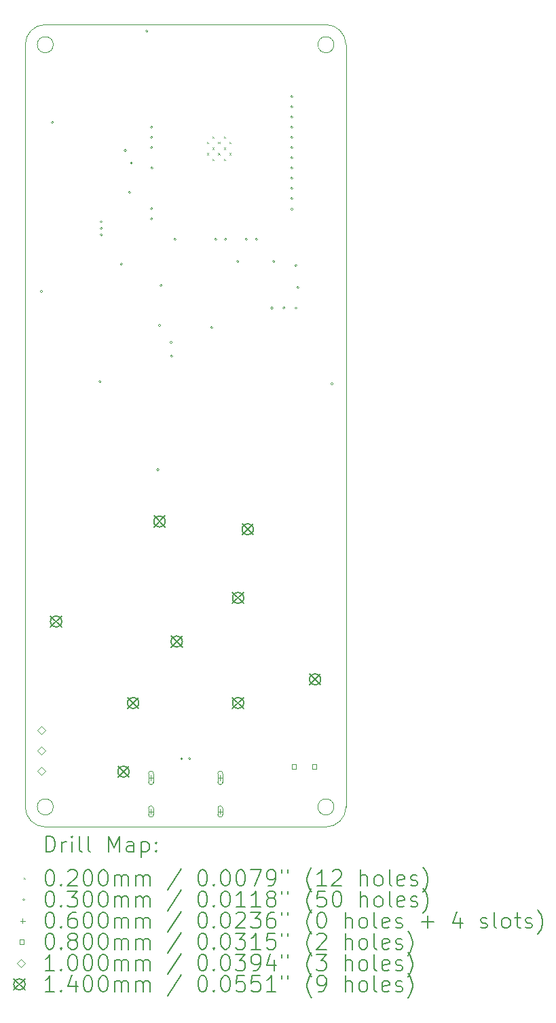
<source format=gbr>
%TF.GenerationSoftware,KiCad,Pcbnew,8.0.7*%
%TF.CreationDate,2025-01-01T16:03:08-05:00*%
%TF.ProjectId,JPL.mp3,4a504c2e-6d70-4332-9e6b-696361645f70,rev?*%
%TF.SameCoordinates,Original*%
%TF.FileFunction,Drillmap*%
%TF.FilePolarity,Positive*%
%FSLAX45Y45*%
G04 Gerber Fmt 4.5, Leading zero omitted, Abs format (unit mm)*
G04 Created by KiCad (PCBNEW 8.0.7) date 2025-01-01 16:03:08*
%MOMM*%
%LPD*%
G01*
G04 APERTURE LIST*
%ADD10C,0.050000*%
%ADD11C,0.200000*%
%ADD12C,0.100000*%
%ADD13C,0.140000*%
G04 APERTURE END LIST*
D10*
X14000000Y-14750000D02*
G75*
G02*
X13750000Y-15000000I-250000J0D01*
G01*
X13850000Y-5250000D02*
G75*
G02*
X13650000Y-5250000I-100000J0D01*
G01*
X13650000Y-5250000D02*
G75*
G02*
X13850000Y-5250000I100000J0D01*
G01*
X10350000Y-5250000D02*
G75*
G02*
X10150000Y-5250000I-100000J0D01*
G01*
X10150000Y-5250000D02*
G75*
G02*
X10350000Y-5250000I100000J0D01*
G01*
X10000000Y-5250000D02*
G75*
G02*
X10250000Y-5000000I250000J0D01*
G01*
X13850000Y-14750000D02*
G75*
G02*
X13650000Y-14750000I-100000J0D01*
G01*
X13650000Y-14750000D02*
G75*
G02*
X13850000Y-14750000I100000J0D01*
G01*
X10250000Y-15000000D02*
G75*
G02*
X10000000Y-14750000I0J250000D01*
G01*
X10000000Y-14750000D02*
X10000000Y-5250000D01*
X14000000Y-5250000D02*
X14000000Y-14750000D01*
X10250000Y-5000000D02*
X13750000Y-5000000D01*
X13750000Y-15000000D02*
X10250000Y-15000000D01*
X10350000Y-14750000D02*
G75*
G02*
X10150000Y-14750000I-100000J0D01*
G01*
X10150000Y-14750000D02*
G75*
G02*
X10350000Y-14750000I100000J0D01*
G01*
X13750000Y-5000000D02*
G75*
G02*
X14000000Y-5250000I0J-250000D01*
G01*
D11*
D12*
X12265000Y-6462000D02*
X12285000Y-6482000D01*
X12285000Y-6462000D02*
X12265000Y-6482000D01*
X12265000Y-6602000D02*
X12285000Y-6622000D01*
X12285000Y-6602000D02*
X12265000Y-6622000D01*
X12335000Y-6392000D02*
X12355000Y-6412000D01*
X12355000Y-6392000D02*
X12335000Y-6412000D01*
X12335000Y-6532000D02*
X12355000Y-6552000D01*
X12355000Y-6532000D02*
X12335000Y-6552000D01*
X12335000Y-6672000D02*
X12355000Y-6692000D01*
X12355000Y-6672000D02*
X12335000Y-6692000D01*
X12405000Y-6462000D02*
X12425000Y-6482000D01*
X12425000Y-6462000D02*
X12405000Y-6482000D01*
X12405000Y-6602000D02*
X12425000Y-6622000D01*
X12425000Y-6602000D02*
X12405000Y-6622000D01*
X12475000Y-6392000D02*
X12495000Y-6412000D01*
X12495000Y-6392000D02*
X12475000Y-6412000D01*
X12475000Y-6532000D02*
X12495000Y-6552000D01*
X12495000Y-6532000D02*
X12475000Y-6552000D01*
X12475000Y-6672000D02*
X12495000Y-6692000D01*
X12495000Y-6672000D02*
X12475000Y-6692000D01*
X12545000Y-6462000D02*
X12565000Y-6482000D01*
X12565000Y-6462000D02*
X12545000Y-6482000D01*
X12545000Y-6602000D02*
X12565000Y-6622000D01*
X12565000Y-6602000D02*
X12545000Y-6622000D01*
X10215000Y-8325000D02*
G75*
G02*
X10185000Y-8325000I-15000J0D01*
G01*
X10185000Y-8325000D02*
G75*
G02*
X10215000Y-8325000I15000J0D01*
G01*
X10355000Y-6220000D02*
G75*
G02*
X10325000Y-6220000I-15000J0D01*
G01*
X10325000Y-6220000D02*
G75*
G02*
X10355000Y-6220000I15000J0D01*
G01*
X10947500Y-9450000D02*
G75*
G02*
X10917500Y-9450000I-15000J0D01*
G01*
X10917500Y-9450000D02*
G75*
G02*
X10947500Y-9450000I15000J0D01*
G01*
X10961798Y-7455532D02*
G75*
G02*
X10931798Y-7455532I-15000J0D01*
G01*
X10931798Y-7455532D02*
G75*
G02*
X10961798Y-7455532I15000J0D01*
G01*
X10965000Y-7540000D02*
G75*
G02*
X10935000Y-7540000I-15000J0D01*
G01*
X10935000Y-7540000D02*
G75*
G02*
X10965000Y-7540000I15000J0D01*
G01*
X10965000Y-7620000D02*
G75*
G02*
X10935000Y-7620000I-15000J0D01*
G01*
X10935000Y-7620000D02*
G75*
G02*
X10965000Y-7620000I15000J0D01*
G01*
X11215000Y-7985000D02*
G75*
G02*
X11185000Y-7985000I-15000J0D01*
G01*
X11185000Y-7985000D02*
G75*
G02*
X11215000Y-7985000I15000J0D01*
G01*
X11263095Y-6567500D02*
G75*
G02*
X11233095Y-6567500I-15000J0D01*
G01*
X11233095Y-6567500D02*
G75*
G02*
X11263095Y-6567500I15000J0D01*
G01*
X11315000Y-7090000D02*
G75*
G02*
X11285000Y-7090000I-15000J0D01*
G01*
X11285000Y-7090000D02*
G75*
G02*
X11315000Y-7090000I15000J0D01*
G01*
X11340000Y-6725000D02*
G75*
G02*
X11310000Y-6725000I-15000J0D01*
G01*
X11310000Y-6725000D02*
G75*
G02*
X11340000Y-6725000I15000J0D01*
G01*
X11532500Y-5080000D02*
G75*
G02*
X11502500Y-5080000I-15000J0D01*
G01*
X11502500Y-5080000D02*
G75*
G02*
X11532500Y-5080000I15000J0D01*
G01*
X11590000Y-6278000D02*
G75*
G02*
X11560000Y-6278000I-15000J0D01*
G01*
X11560000Y-6278000D02*
G75*
G02*
X11590000Y-6278000I15000J0D01*
G01*
X11590000Y-6405000D02*
G75*
G02*
X11560000Y-6405000I-15000J0D01*
G01*
X11560000Y-6405000D02*
G75*
G02*
X11590000Y-6405000I15000J0D01*
G01*
X11590000Y-6532000D02*
G75*
G02*
X11560000Y-6532000I-15000J0D01*
G01*
X11560000Y-6532000D02*
G75*
G02*
X11590000Y-6532000I15000J0D01*
G01*
X11590000Y-7294000D02*
G75*
G02*
X11560000Y-7294000I-15000J0D01*
G01*
X11560000Y-7294000D02*
G75*
G02*
X11590000Y-7294000I15000J0D01*
G01*
X11590000Y-7421000D02*
G75*
G02*
X11560000Y-7421000I-15000J0D01*
G01*
X11560000Y-7421000D02*
G75*
G02*
X11590000Y-7421000I15000J0D01*
G01*
X11595000Y-6786000D02*
G75*
G02*
X11565000Y-6786000I-15000J0D01*
G01*
X11565000Y-6786000D02*
G75*
G02*
X11595000Y-6786000I15000J0D01*
G01*
X11667500Y-10547500D02*
G75*
G02*
X11637500Y-10547500I-15000J0D01*
G01*
X11637500Y-10547500D02*
G75*
G02*
X11667500Y-10547500I15000J0D01*
G01*
X11690000Y-8750000D02*
G75*
G02*
X11660000Y-8750000I-15000J0D01*
G01*
X11660000Y-8750000D02*
G75*
G02*
X11690000Y-8750000I15000J0D01*
G01*
X11710000Y-8250000D02*
G75*
G02*
X11680000Y-8250000I-15000J0D01*
G01*
X11680000Y-8250000D02*
G75*
G02*
X11710000Y-8250000I15000J0D01*
G01*
X11833466Y-8958887D02*
G75*
G02*
X11803466Y-8958887I-15000J0D01*
G01*
X11803466Y-8958887D02*
G75*
G02*
X11833466Y-8958887I15000J0D01*
G01*
X11840000Y-9132500D02*
G75*
G02*
X11810000Y-9132500I-15000J0D01*
G01*
X11810000Y-9132500D02*
G75*
G02*
X11840000Y-9132500I15000J0D01*
G01*
X11881500Y-7675000D02*
G75*
G02*
X11851500Y-7675000I-15000J0D01*
G01*
X11851500Y-7675000D02*
G75*
G02*
X11881500Y-7675000I15000J0D01*
G01*
X11965000Y-14150000D02*
G75*
G02*
X11935000Y-14150000I-15000J0D01*
G01*
X11935000Y-14150000D02*
G75*
G02*
X11965000Y-14150000I15000J0D01*
G01*
X12065000Y-14150000D02*
G75*
G02*
X12035000Y-14150000I-15000J0D01*
G01*
X12035000Y-14150000D02*
G75*
G02*
X12065000Y-14150000I15000J0D01*
G01*
X12340000Y-8775000D02*
G75*
G02*
X12310000Y-8775000I-15000J0D01*
G01*
X12310000Y-8775000D02*
G75*
G02*
X12340000Y-8775000I15000J0D01*
G01*
X12390000Y-7675000D02*
G75*
G02*
X12360000Y-7675000I-15000J0D01*
G01*
X12360000Y-7675000D02*
G75*
G02*
X12390000Y-7675000I15000J0D01*
G01*
X12515000Y-7675000D02*
G75*
G02*
X12485000Y-7675000I-15000J0D01*
G01*
X12485000Y-7675000D02*
G75*
G02*
X12515000Y-7675000I15000J0D01*
G01*
X12665000Y-7950000D02*
G75*
G02*
X12635000Y-7950000I-15000J0D01*
G01*
X12635000Y-7950000D02*
G75*
G02*
X12665000Y-7950000I15000J0D01*
G01*
X12770500Y-7675000D02*
G75*
G02*
X12740500Y-7675000I-15000J0D01*
G01*
X12740500Y-7675000D02*
G75*
G02*
X12770500Y-7675000I15000J0D01*
G01*
X12897500Y-7675000D02*
G75*
G02*
X12867500Y-7675000I-15000J0D01*
G01*
X12867500Y-7675000D02*
G75*
G02*
X12897500Y-7675000I15000J0D01*
G01*
X13090000Y-8532500D02*
G75*
G02*
X13060000Y-8532500I-15000J0D01*
G01*
X13060000Y-8532500D02*
G75*
G02*
X13090000Y-8532500I15000J0D01*
G01*
X13115000Y-7950000D02*
G75*
G02*
X13085000Y-7950000I-15000J0D01*
G01*
X13085000Y-7950000D02*
G75*
G02*
X13115000Y-7950000I15000J0D01*
G01*
X13241335Y-8532500D02*
G75*
G02*
X13211335Y-8532500I-15000J0D01*
G01*
X13211335Y-8532500D02*
G75*
G02*
X13241335Y-8532500I15000J0D01*
G01*
X13340000Y-5897000D02*
G75*
G02*
X13310000Y-5897000I-15000J0D01*
G01*
X13310000Y-5897000D02*
G75*
G02*
X13340000Y-5897000I15000J0D01*
G01*
X13340000Y-6024000D02*
G75*
G02*
X13310000Y-6024000I-15000J0D01*
G01*
X13310000Y-6024000D02*
G75*
G02*
X13340000Y-6024000I15000J0D01*
G01*
X13340000Y-6151000D02*
G75*
G02*
X13310000Y-6151000I-15000J0D01*
G01*
X13310000Y-6151000D02*
G75*
G02*
X13340000Y-6151000I15000J0D01*
G01*
X13340000Y-6278000D02*
G75*
G02*
X13310000Y-6278000I-15000J0D01*
G01*
X13310000Y-6278000D02*
G75*
G02*
X13340000Y-6278000I15000J0D01*
G01*
X13340000Y-6405000D02*
G75*
G02*
X13310000Y-6405000I-15000J0D01*
G01*
X13310000Y-6405000D02*
G75*
G02*
X13340000Y-6405000I15000J0D01*
G01*
X13340000Y-6532000D02*
G75*
G02*
X13310000Y-6532000I-15000J0D01*
G01*
X13310000Y-6532000D02*
G75*
G02*
X13340000Y-6532000I15000J0D01*
G01*
X13340000Y-6659000D02*
G75*
G02*
X13310000Y-6659000I-15000J0D01*
G01*
X13310000Y-6659000D02*
G75*
G02*
X13340000Y-6659000I15000J0D01*
G01*
X13340000Y-6786000D02*
G75*
G02*
X13310000Y-6786000I-15000J0D01*
G01*
X13310000Y-6786000D02*
G75*
G02*
X13340000Y-6786000I15000J0D01*
G01*
X13340000Y-6913000D02*
G75*
G02*
X13310000Y-6913000I-15000J0D01*
G01*
X13310000Y-6913000D02*
G75*
G02*
X13340000Y-6913000I15000J0D01*
G01*
X13340000Y-7040000D02*
G75*
G02*
X13310000Y-7040000I-15000J0D01*
G01*
X13310000Y-7040000D02*
G75*
G02*
X13340000Y-7040000I15000J0D01*
G01*
X13340000Y-7167000D02*
G75*
G02*
X13310000Y-7167000I-15000J0D01*
G01*
X13310000Y-7167000D02*
G75*
G02*
X13340000Y-7167000I15000J0D01*
G01*
X13340000Y-7300000D02*
G75*
G02*
X13310000Y-7300000I-15000J0D01*
G01*
X13310000Y-7300000D02*
G75*
G02*
X13340000Y-7300000I15000J0D01*
G01*
X13390000Y-8000000D02*
G75*
G02*
X13360000Y-8000000I-15000J0D01*
G01*
X13360000Y-8000000D02*
G75*
G02*
X13390000Y-8000000I15000J0D01*
G01*
X13390000Y-8532500D02*
G75*
G02*
X13360000Y-8532500I-15000J0D01*
G01*
X13360000Y-8532500D02*
G75*
G02*
X13390000Y-8532500I15000J0D01*
G01*
X13415000Y-8275000D02*
G75*
G02*
X13385000Y-8275000I-15000J0D01*
G01*
X13385000Y-8275000D02*
G75*
G02*
X13415000Y-8275000I15000J0D01*
G01*
X13840000Y-9475000D02*
G75*
G02*
X13810000Y-9475000I-15000J0D01*
G01*
X13810000Y-9475000D02*
G75*
G02*
X13840000Y-9475000I15000J0D01*
G01*
X11568000Y-14357500D02*
X11568000Y-14417500D01*
X11538000Y-14387500D02*
X11598000Y-14387500D01*
X11538000Y-14332500D02*
X11538000Y-14442500D01*
X11598000Y-14442500D02*
G75*
G02*
X11538000Y-14442500I-30000J0D01*
G01*
X11598000Y-14442500D02*
X11598000Y-14332500D01*
X11598000Y-14332500D02*
G75*
G03*
X11538000Y-14332500I-30000J0D01*
G01*
X11568000Y-14777500D02*
X11568000Y-14837500D01*
X11538000Y-14807500D02*
X11598000Y-14807500D01*
X11538000Y-14767500D02*
X11538000Y-14847500D01*
X11598000Y-14847500D02*
G75*
G02*
X11538000Y-14847500I-30000J0D01*
G01*
X11598000Y-14847500D02*
X11598000Y-14767500D01*
X11598000Y-14767500D02*
G75*
G03*
X11538000Y-14767500I-30000J0D01*
G01*
X12432000Y-14357500D02*
X12432000Y-14417500D01*
X12402000Y-14387500D02*
X12462000Y-14387500D01*
X12402000Y-14332500D02*
X12402000Y-14442500D01*
X12462000Y-14442500D02*
G75*
G02*
X12402000Y-14442500I-30000J0D01*
G01*
X12462000Y-14442500D02*
X12462000Y-14332500D01*
X12462000Y-14332500D02*
G75*
G03*
X12402000Y-14332500I-30000J0D01*
G01*
X12432000Y-14777500D02*
X12432000Y-14837500D01*
X12402000Y-14807500D02*
X12462000Y-14807500D01*
X12402000Y-14767500D02*
X12402000Y-14847500D01*
X12462000Y-14847500D02*
G75*
G02*
X12402000Y-14847500I-30000J0D01*
G01*
X12462000Y-14847500D02*
X12462000Y-14767500D01*
X12462000Y-14767500D02*
G75*
G03*
X12402000Y-14767500I-30000J0D01*
G01*
X13378284Y-14278284D02*
X13378284Y-14221715D01*
X13321715Y-14221715D01*
X13321715Y-14278284D01*
X13378284Y-14278284D01*
X13632284Y-14278284D02*
X13632284Y-14221715D01*
X13575715Y-14221715D01*
X13575715Y-14278284D01*
X13632284Y-14278284D01*
X10200000Y-13842000D02*
X10250000Y-13792000D01*
X10200000Y-13742000D01*
X10150000Y-13792000D01*
X10200000Y-13842000D01*
X10200000Y-14096000D02*
X10250000Y-14046000D01*
X10200000Y-13996000D01*
X10150000Y-14046000D01*
X10200000Y-14096000D01*
X10200000Y-14350000D02*
X10250000Y-14300000D01*
X10200000Y-14250000D01*
X10150000Y-14300000D01*
X10200000Y-14350000D01*
D13*
X10314968Y-12369375D02*
X10454968Y-12509375D01*
X10454968Y-12369375D02*
X10314968Y-12509375D01*
X10454968Y-12439375D02*
G75*
G02*
X10314968Y-12439375I-70000J0D01*
G01*
X10314968Y-12439375D02*
G75*
G02*
X10454968Y-12439375I70000J0D01*
G01*
X11155011Y-14240380D02*
X11295011Y-14380380D01*
X11295011Y-14240380D02*
X11155011Y-14380380D01*
X11295011Y-14310380D02*
G75*
G02*
X11155011Y-14310380I-70000J0D01*
G01*
X11155011Y-14310380D02*
G75*
G02*
X11295011Y-14310380I70000J0D01*
G01*
X11275219Y-13384781D02*
X11415219Y-13524781D01*
X11415219Y-13384781D02*
X11275219Y-13524781D01*
X11415219Y-13454781D02*
G75*
G02*
X11275219Y-13454781I-70000J0D01*
G01*
X11275219Y-13454781D02*
G75*
G02*
X11415219Y-13454781I70000J0D01*
G01*
X11604731Y-11122039D02*
X11744731Y-11262039D01*
X11744731Y-11122039D02*
X11604731Y-11262039D01*
X11744731Y-11192039D02*
G75*
G02*
X11604731Y-11192039I-70000J0D01*
G01*
X11604731Y-11192039D02*
G75*
G02*
X11744731Y-11192039I70000J0D01*
G01*
X11818984Y-12618984D02*
X11958984Y-12758984D01*
X11958984Y-12618984D02*
X11818984Y-12758984D01*
X11958984Y-12688984D02*
G75*
G02*
X11818984Y-12688984I-70000J0D01*
G01*
X11818984Y-12688984D02*
G75*
G02*
X11958984Y-12688984I70000J0D01*
G01*
X12584781Y-12075219D02*
X12724781Y-12215219D01*
X12724781Y-12075219D02*
X12584781Y-12215219D01*
X12724781Y-12145219D02*
G75*
G02*
X12584781Y-12145219I-70000J0D01*
G01*
X12584781Y-12145219D02*
G75*
G02*
X12724781Y-12145219I70000J0D01*
G01*
X12584781Y-13384781D02*
X12724781Y-13524781D01*
X12724781Y-13384781D02*
X12584781Y-13524781D01*
X12724781Y-13454781D02*
G75*
G02*
X12584781Y-13454781I-70000J0D01*
G01*
X12584781Y-13454781D02*
G75*
G02*
X12724781Y-13454781I70000J0D01*
G01*
X12704989Y-11219620D02*
X12844989Y-11359620D01*
X12844989Y-11219620D02*
X12704989Y-11359620D01*
X12844989Y-11289620D02*
G75*
G02*
X12704989Y-11289620I-70000J0D01*
G01*
X12704989Y-11289620D02*
G75*
G02*
X12844989Y-11289620I70000J0D01*
G01*
X13545032Y-13090624D02*
X13685032Y-13230624D01*
X13685032Y-13090624D02*
X13545032Y-13230624D01*
X13685032Y-13160624D02*
G75*
G02*
X13545032Y-13160624I-70000J0D01*
G01*
X13545032Y-13160624D02*
G75*
G02*
X13685032Y-13160624I70000J0D01*
G01*
D11*
X10258277Y-15313984D02*
X10258277Y-15113984D01*
X10258277Y-15113984D02*
X10305896Y-15113984D01*
X10305896Y-15113984D02*
X10334467Y-15123508D01*
X10334467Y-15123508D02*
X10353515Y-15142555D01*
X10353515Y-15142555D02*
X10363039Y-15161603D01*
X10363039Y-15161603D02*
X10372563Y-15199698D01*
X10372563Y-15199698D02*
X10372563Y-15228269D01*
X10372563Y-15228269D02*
X10363039Y-15266365D01*
X10363039Y-15266365D02*
X10353515Y-15285412D01*
X10353515Y-15285412D02*
X10334467Y-15304460D01*
X10334467Y-15304460D02*
X10305896Y-15313984D01*
X10305896Y-15313984D02*
X10258277Y-15313984D01*
X10458277Y-15313984D02*
X10458277Y-15180650D01*
X10458277Y-15218746D02*
X10467801Y-15199698D01*
X10467801Y-15199698D02*
X10477324Y-15190174D01*
X10477324Y-15190174D02*
X10496372Y-15180650D01*
X10496372Y-15180650D02*
X10515420Y-15180650D01*
X10582086Y-15313984D02*
X10582086Y-15180650D01*
X10582086Y-15113984D02*
X10572563Y-15123508D01*
X10572563Y-15123508D02*
X10582086Y-15133031D01*
X10582086Y-15133031D02*
X10591610Y-15123508D01*
X10591610Y-15123508D02*
X10582086Y-15113984D01*
X10582086Y-15113984D02*
X10582086Y-15133031D01*
X10705896Y-15313984D02*
X10686848Y-15304460D01*
X10686848Y-15304460D02*
X10677324Y-15285412D01*
X10677324Y-15285412D02*
X10677324Y-15113984D01*
X10810658Y-15313984D02*
X10791610Y-15304460D01*
X10791610Y-15304460D02*
X10782086Y-15285412D01*
X10782086Y-15285412D02*
X10782086Y-15113984D01*
X11039229Y-15313984D02*
X11039229Y-15113984D01*
X11039229Y-15113984D02*
X11105896Y-15256841D01*
X11105896Y-15256841D02*
X11172563Y-15113984D01*
X11172563Y-15113984D02*
X11172563Y-15313984D01*
X11353515Y-15313984D02*
X11353515Y-15209222D01*
X11353515Y-15209222D02*
X11343991Y-15190174D01*
X11343991Y-15190174D02*
X11324943Y-15180650D01*
X11324943Y-15180650D02*
X11286848Y-15180650D01*
X11286848Y-15180650D02*
X11267801Y-15190174D01*
X11353515Y-15304460D02*
X11334467Y-15313984D01*
X11334467Y-15313984D02*
X11286848Y-15313984D01*
X11286848Y-15313984D02*
X11267801Y-15304460D01*
X11267801Y-15304460D02*
X11258277Y-15285412D01*
X11258277Y-15285412D02*
X11258277Y-15266365D01*
X11258277Y-15266365D02*
X11267801Y-15247317D01*
X11267801Y-15247317D02*
X11286848Y-15237793D01*
X11286848Y-15237793D02*
X11334467Y-15237793D01*
X11334467Y-15237793D02*
X11353515Y-15228269D01*
X11448753Y-15180650D02*
X11448753Y-15380650D01*
X11448753Y-15190174D02*
X11467801Y-15180650D01*
X11467801Y-15180650D02*
X11505896Y-15180650D01*
X11505896Y-15180650D02*
X11524943Y-15190174D01*
X11524943Y-15190174D02*
X11534467Y-15199698D01*
X11534467Y-15199698D02*
X11543991Y-15218746D01*
X11543991Y-15218746D02*
X11543991Y-15275888D01*
X11543991Y-15275888D02*
X11534467Y-15294936D01*
X11534467Y-15294936D02*
X11524943Y-15304460D01*
X11524943Y-15304460D02*
X11505896Y-15313984D01*
X11505896Y-15313984D02*
X11467801Y-15313984D01*
X11467801Y-15313984D02*
X11448753Y-15304460D01*
X11629705Y-15294936D02*
X11639229Y-15304460D01*
X11639229Y-15304460D02*
X11629705Y-15313984D01*
X11629705Y-15313984D02*
X11620182Y-15304460D01*
X11620182Y-15304460D02*
X11629705Y-15294936D01*
X11629705Y-15294936D02*
X11629705Y-15313984D01*
X11629705Y-15190174D02*
X11639229Y-15199698D01*
X11639229Y-15199698D02*
X11629705Y-15209222D01*
X11629705Y-15209222D02*
X11620182Y-15199698D01*
X11620182Y-15199698D02*
X11629705Y-15190174D01*
X11629705Y-15190174D02*
X11629705Y-15209222D01*
D12*
X9977500Y-15632500D02*
X9997500Y-15652500D01*
X9997500Y-15632500D02*
X9977500Y-15652500D01*
D11*
X10296372Y-15533984D02*
X10315420Y-15533984D01*
X10315420Y-15533984D02*
X10334467Y-15543508D01*
X10334467Y-15543508D02*
X10343991Y-15553031D01*
X10343991Y-15553031D02*
X10353515Y-15572079D01*
X10353515Y-15572079D02*
X10363039Y-15610174D01*
X10363039Y-15610174D02*
X10363039Y-15657793D01*
X10363039Y-15657793D02*
X10353515Y-15695888D01*
X10353515Y-15695888D02*
X10343991Y-15714936D01*
X10343991Y-15714936D02*
X10334467Y-15724460D01*
X10334467Y-15724460D02*
X10315420Y-15733984D01*
X10315420Y-15733984D02*
X10296372Y-15733984D01*
X10296372Y-15733984D02*
X10277324Y-15724460D01*
X10277324Y-15724460D02*
X10267801Y-15714936D01*
X10267801Y-15714936D02*
X10258277Y-15695888D01*
X10258277Y-15695888D02*
X10248753Y-15657793D01*
X10248753Y-15657793D02*
X10248753Y-15610174D01*
X10248753Y-15610174D02*
X10258277Y-15572079D01*
X10258277Y-15572079D02*
X10267801Y-15553031D01*
X10267801Y-15553031D02*
X10277324Y-15543508D01*
X10277324Y-15543508D02*
X10296372Y-15533984D01*
X10448753Y-15714936D02*
X10458277Y-15724460D01*
X10458277Y-15724460D02*
X10448753Y-15733984D01*
X10448753Y-15733984D02*
X10439229Y-15724460D01*
X10439229Y-15724460D02*
X10448753Y-15714936D01*
X10448753Y-15714936D02*
X10448753Y-15733984D01*
X10534467Y-15553031D02*
X10543991Y-15543508D01*
X10543991Y-15543508D02*
X10563039Y-15533984D01*
X10563039Y-15533984D02*
X10610658Y-15533984D01*
X10610658Y-15533984D02*
X10629705Y-15543508D01*
X10629705Y-15543508D02*
X10639229Y-15553031D01*
X10639229Y-15553031D02*
X10648753Y-15572079D01*
X10648753Y-15572079D02*
X10648753Y-15591127D01*
X10648753Y-15591127D02*
X10639229Y-15619698D01*
X10639229Y-15619698D02*
X10524944Y-15733984D01*
X10524944Y-15733984D02*
X10648753Y-15733984D01*
X10772563Y-15533984D02*
X10791610Y-15533984D01*
X10791610Y-15533984D02*
X10810658Y-15543508D01*
X10810658Y-15543508D02*
X10820182Y-15553031D01*
X10820182Y-15553031D02*
X10829705Y-15572079D01*
X10829705Y-15572079D02*
X10839229Y-15610174D01*
X10839229Y-15610174D02*
X10839229Y-15657793D01*
X10839229Y-15657793D02*
X10829705Y-15695888D01*
X10829705Y-15695888D02*
X10820182Y-15714936D01*
X10820182Y-15714936D02*
X10810658Y-15724460D01*
X10810658Y-15724460D02*
X10791610Y-15733984D01*
X10791610Y-15733984D02*
X10772563Y-15733984D01*
X10772563Y-15733984D02*
X10753515Y-15724460D01*
X10753515Y-15724460D02*
X10743991Y-15714936D01*
X10743991Y-15714936D02*
X10734467Y-15695888D01*
X10734467Y-15695888D02*
X10724944Y-15657793D01*
X10724944Y-15657793D02*
X10724944Y-15610174D01*
X10724944Y-15610174D02*
X10734467Y-15572079D01*
X10734467Y-15572079D02*
X10743991Y-15553031D01*
X10743991Y-15553031D02*
X10753515Y-15543508D01*
X10753515Y-15543508D02*
X10772563Y-15533984D01*
X10963039Y-15533984D02*
X10982086Y-15533984D01*
X10982086Y-15533984D02*
X11001134Y-15543508D01*
X11001134Y-15543508D02*
X11010658Y-15553031D01*
X11010658Y-15553031D02*
X11020182Y-15572079D01*
X11020182Y-15572079D02*
X11029705Y-15610174D01*
X11029705Y-15610174D02*
X11029705Y-15657793D01*
X11029705Y-15657793D02*
X11020182Y-15695888D01*
X11020182Y-15695888D02*
X11010658Y-15714936D01*
X11010658Y-15714936D02*
X11001134Y-15724460D01*
X11001134Y-15724460D02*
X10982086Y-15733984D01*
X10982086Y-15733984D02*
X10963039Y-15733984D01*
X10963039Y-15733984D02*
X10943991Y-15724460D01*
X10943991Y-15724460D02*
X10934467Y-15714936D01*
X10934467Y-15714936D02*
X10924944Y-15695888D01*
X10924944Y-15695888D02*
X10915420Y-15657793D01*
X10915420Y-15657793D02*
X10915420Y-15610174D01*
X10915420Y-15610174D02*
X10924944Y-15572079D01*
X10924944Y-15572079D02*
X10934467Y-15553031D01*
X10934467Y-15553031D02*
X10943991Y-15543508D01*
X10943991Y-15543508D02*
X10963039Y-15533984D01*
X11115420Y-15733984D02*
X11115420Y-15600650D01*
X11115420Y-15619698D02*
X11124944Y-15610174D01*
X11124944Y-15610174D02*
X11143991Y-15600650D01*
X11143991Y-15600650D02*
X11172563Y-15600650D01*
X11172563Y-15600650D02*
X11191610Y-15610174D01*
X11191610Y-15610174D02*
X11201134Y-15629222D01*
X11201134Y-15629222D02*
X11201134Y-15733984D01*
X11201134Y-15629222D02*
X11210658Y-15610174D01*
X11210658Y-15610174D02*
X11229705Y-15600650D01*
X11229705Y-15600650D02*
X11258277Y-15600650D01*
X11258277Y-15600650D02*
X11277324Y-15610174D01*
X11277324Y-15610174D02*
X11286848Y-15629222D01*
X11286848Y-15629222D02*
X11286848Y-15733984D01*
X11382086Y-15733984D02*
X11382086Y-15600650D01*
X11382086Y-15619698D02*
X11391610Y-15610174D01*
X11391610Y-15610174D02*
X11410658Y-15600650D01*
X11410658Y-15600650D02*
X11439229Y-15600650D01*
X11439229Y-15600650D02*
X11458277Y-15610174D01*
X11458277Y-15610174D02*
X11467801Y-15629222D01*
X11467801Y-15629222D02*
X11467801Y-15733984D01*
X11467801Y-15629222D02*
X11477324Y-15610174D01*
X11477324Y-15610174D02*
X11496372Y-15600650D01*
X11496372Y-15600650D02*
X11524943Y-15600650D01*
X11524943Y-15600650D02*
X11543991Y-15610174D01*
X11543991Y-15610174D02*
X11553515Y-15629222D01*
X11553515Y-15629222D02*
X11553515Y-15733984D01*
X11943991Y-15524460D02*
X11772563Y-15781603D01*
X12201134Y-15533984D02*
X12220182Y-15533984D01*
X12220182Y-15533984D02*
X12239229Y-15543508D01*
X12239229Y-15543508D02*
X12248753Y-15553031D01*
X12248753Y-15553031D02*
X12258277Y-15572079D01*
X12258277Y-15572079D02*
X12267801Y-15610174D01*
X12267801Y-15610174D02*
X12267801Y-15657793D01*
X12267801Y-15657793D02*
X12258277Y-15695888D01*
X12258277Y-15695888D02*
X12248753Y-15714936D01*
X12248753Y-15714936D02*
X12239229Y-15724460D01*
X12239229Y-15724460D02*
X12220182Y-15733984D01*
X12220182Y-15733984D02*
X12201134Y-15733984D01*
X12201134Y-15733984D02*
X12182086Y-15724460D01*
X12182086Y-15724460D02*
X12172563Y-15714936D01*
X12172563Y-15714936D02*
X12163039Y-15695888D01*
X12163039Y-15695888D02*
X12153515Y-15657793D01*
X12153515Y-15657793D02*
X12153515Y-15610174D01*
X12153515Y-15610174D02*
X12163039Y-15572079D01*
X12163039Y-15572079D02*
X12172563Y-15553031D01*
X12172563Y-15553031D02*
X12182086Y-15543508D01*
X12182086Y-15543508D02*
X12201134Y-15533984D01*
X12353515Y-15714936D02*
X12363039Y-15724460D01*
X12363039Y-15724460D02*
X12353515Y-15733984D01*
X12353515Y-15733984D02*
X12343991Y-15724460D01*
X12343991Y-15724460D02*
X12353515Y-15714936D01*
X12353515Y-15714936D02*
X12353515Y-15733984D01*
X12486848Y-15533984D02*
X12505896Y-15533984D01*
X12505896Y-15533984D02*
X12524944Y-15543508D01*
X12524944Y-15543508D02*
X12534467Y-15553031D01*
X12534467Y-15553031D02*
X12543991Y-15572079D01*
X12543991Y-15572079D02*
X12553515Y-15610174D01*
X12553515Y-15610174D02*
X12553515Y-15657793D01*
X12553515Y-15657793D02*
X12543991Y-15695888D01*
X12543991Y-15695888D02*
X12534467Y-15714936D01*
X12534467Y-15714936D02*
X12524944Y-15724460D01*
X12524944Y-15724460D02*
X12505896Y-15733984D01*
X12505896Y-15733984D02*
X12486848Y-15733984D01*
X12486848Y-15733984D02*
X12467801Y-15724460D01*
X12467801Y-15724460D02*
X12458277Y-15714936D01*
X12458277Y-15714936D02*
X12448753Y-15695888D01*
X12448753Y-15695888D02*
X12439229Y-15657793D01*
X12439229Y-15657793D02*
X12439229Y-15610174D01*
X12439229Y-15610174D02*
X12448753Y-15572079D01*
X12448753Y-15572079D02*
X12458277Y-15553031D01*
X12458277Y-15553031D02*
X12467801Y-15543508D01*
X12467801Y-15543508D02*
X12486848Y-15533984D01*
X12677325Y-15533984D02*
X12696372Y-15533984D01*
X12696372Y-15533984D02*
X12715420Y-15543508D01*
X12715420Y-15543508D02*
X12724944Y-15553031D01*
X12724944Y-15553031D02*
X12734467Y-15572079D01*
X12734467Y-15572079D02*
X12743991Y-15610174D01*
X12743991Y-15610174D02*
X12743991Y-15657793D01*
X12743991Y-15657793D02*
X12734467Y-15695888D01*
X12734467Y-15695888D02*
X12724944Y-15714936D01*
X12724944Y-15714936D02*
X12715420Y-15724460D01*
X12715420Y-15724460D02*
X12696372Y-15733984D01*
X12696372Y-15733984D02*
X12677325Y-15733984D01*
X12677325Y-15733984D02*
X12658277Y-15724460D01*
X12658277Y-15724460D02*
X12648753Y-15714936D01*
X12648753Y-15714936D02*
X12639229Y-15695888D01*
X12639229Y-15695888D02*
X12629706Y-15657793D01*
X12629706Y-15657793D02*
X12629706Y-15610174D01*
X12629706Y-15610174D02*
X12639229Y-15572079D01*
X12639229Y-15572079D02*
X12648753Y-15553031D01*
X12648753Y-15553031D02*
X12658277Y-15543508D01*
X12658277Y-15543508D02*
X12677325Y-15533984D01*
X12810658Y-15533984D02*
X12943991Y-15533984D01*
X12943991Y-15533984D02*
X12858277Y-15733984D01*
X13029706Y-15733984D02*
X13067801Y-15733984D01*
X13067801Y-15733984D02*
X13086848Y-15724460D01*
X13086848Y-15724460D02*
X13096372Y-15714936D01*
X13096372Y-15714936D02*
X13115420Y-15686365D01*
X13115420Y-15686365D02*
X13124944Y-15648269D01*
X13124944Y-15648269D02*
X13124944Y-15572079D01*
X13124944Y-15572079D02*
X13115420Y-15553031D01*
X13115420Y-15553031D02*
X13105896Y-15543508D01*
X13105896Y-15543508D02*
X13086848Y-15533984D01*
X13086848Y-15533984D02*
X13048753Y-15533984D01*
X13048753Y-15533984D02*
X13029706Y-15543508D01*
X13029706Y-15543508D02*
X13020182Y-15553031D01*
X13020182Y-15553031D02*
X13010658Y-15572079D01*
X13010658Y-15572079D02*
X13010658Y-15619698D01*
X13010658Y-15619698D02*
X13020182Y-15638746D01*
X13020182Y-15638746D02*
X13029706Y-15648269D01*
X13029706Y-15648269D02*
X13048753Y-15657793D01*
X13048753Y-15657793D02*
X13086848Y-15657793D01*
X13086848Y-15657793D02*
X13105896Y-15648269D01*
X13105896Y-15648269D02*
X13115420Y-15638746D01*
X13115420Y-15638746D02*
X13124944Y-15619698D01*
X13201134Y-15533984D02*
X13201134Y-15572079D01*
X13277325Y-15533984D02*
X13277325Y-15572079D01*
X13572563Y-15810174D02*
X13563039Y-15800650D01*
X13563039Y-15800650D02*
X13543991Y-15772079D01*
X13543991Y-15772079D02*
X13534468Y-15753031D01*
X13534468Y-15753031D02*
X13524944Y-15724460D01*
X13524944Y-15724460D02*
X13515420Y-15676841D01*
X13515420Y-15676841D02*
X13515420Y-15638746D01*
X13515420Y-15638746D02*
X13524944Y-15591127D01*
X13524944Y-15591127D02*
X13534468Y-15562555D01*
X13534468Y-15562555D02*
X13543991Y-15543508D01*
X13543991Y-15543508D02*
X13563039Y-15514936D01*
X13563039Y-15514936D02*
X13572563Y-15505412D01*
X13753515Y-15733984D02*
X13639229Y-15733984D01*
X13696372Y-15733984D02*
X13696372Y-15533984D01*
X13696372Y-15533984D02*
X13677325Y-15562555D01*
X13677325Y-15562555D02*
X13658277Y-15581603D01*
X13658277Y-15581603D02*
X13639229Y-15591127D01*
X13829706Y-15553031D02*
X13839229Y-15543508D01*
X13839229Y-15543508D02*
X13858277Y-15533984D01*
X13858277Y-15533984D02*
X13905896Y-15533984D01*
X13905896Y-15533984D02*
X13924944Y-15543508D01*
X13924944Y-15543508D02*
X13934468Y-15553031D01*
X13934468Y-15553031D02*
X13943991Y-15572079D01*
X13943991Y-15572079D02*
X13943991Y-15591127D01*
X13943991Y-15591127D02*
X13934468Y-15619698D01*
X13934468Y-15619698D02*
X13820182Y-15733984D01*
X13820182Y-15733984D02*
X13943991Y-15733984D01*
X14182087Y-15733984D02*
X14182087Y-15533984D01*
X14267801Y-15733984D02*
X14267801Y-15629222D01*
X14267801Y-15629222D02*
X14258277Y-15610174D01*
X14258277Y-15610174D02*
X14239230Y-15600650D01*
X14239230Y-15600650D02*
X14210658Y-15600650D01*
X14210658Y-15600650D02*
X14191610Y-15610174D01*
X14191610Y-15610174D02*
X14182087Y-15619698D01*
X14391610Y-15733984D02*
X14372563Y-15724460D01*
X14372563Y-15724460D02*
X14363039Y-15714936D01*
X14363039Y-15714936D02*
X14353515Y-15695888D01*
X14353515Y-15695888D02*
X14353515Y-15638746D01*
X14353515Y-15638746D02*
X14363039Y-15619698D01*
X14363039Y-15619698D02*
X14372563Y-15610174D01*
X14372563Y-15610174D02*
X14391610Y-15600650D01*
X14391610Y-15600650D02*
X14420182Y-15600650D01*
X14420182Y-15600650D02*
X14439230Y-15610174D01*
X14439230Y-15610174D02*
X14448753Y-15619698D01*
X14448753Y-15619698D02*
X14458277Y-15638746D01*
X14458277Y-15638746D02*
X14458277Y-15695888D01*
X14458277Y-15695888D02*
X14448753Y-15714936D01*
X14448753Y-15714936D02*
X14439230Y-15724460D01*
X14439230Y-15724460D02*
X14420182Y-15733984D01*
X14420182Y-15733984D02*
X14391610Y-15733984D01*
X14572563Y-15733984D02*
X14553515Y-15724460D01*
X14553515Y-15724460D02*
X14543991Y-15705412D01*
X14543991Y-15705412D02*
X14543991Y-15533984D01*
X14724944Y-15724460D02*
X14705896Y-15733984D01*
X14705896Y-15733984D02*
X14667801Y-15733984D01*
X14667801Y-15733984D02*
X14648753Y-15724460D01*
X14648753Y-15724460D02*
X14639230Y-15705412D01*
X14639230Y-15705412D02*
X14639230Y-15629222D01*
X14639230Y-15629222D02*
X14648753Y-15610174D01*
X14648753Y-15610174D02*
X14667801Y-15600650D01*
X14667801Y-15600650D02*
X14705896Y-15600650D01*
X14705896Y-15600650D02*
X14724944Y-15610174D01*
X14724944Y-15610174D02*
X14734468Y-15629222D01*
X14734468Y-15629222D02*
X14734468Y-15648269D01*
X14734468Y-15648269D02*
X14639230Y-15667317D01*
X14810658Y-15724460D02*
X14829706Y-15733984D01*
X14829706Y-15733984D02*
X14867801Y-15733984D01*
X14867801Y-15733984D02*
X14886849Y-15724460D01*
X14886849Y-15724460D02*
X14896372Y-15705412D01*
X14896372Y-15705412D02*
X14896372Y-15695888D01*
X14896372Y-15695888D02*
X14886849Y-15676841D01*
X14886849Y-15676841D02*
X14867801Y-15667317D01*
X14867801Y-15667317D02*
X14839230Y-15667317D01*
X14839230Y-15667317D02*
X14820182Y-15657793D01*
X14820182Y-15657793D02*
X14810658Y-15638746D01*
X14810658Y-15638746D02*
X14810658Y-15629222D01*
X14810658Y-15629222D02*
X14820182Y-15610174D01*
X14820182Y-15610174D02*
X14839230Y-15600650D01*
X14839230Y-15600650D02*
X14867801Y-15600650D01*
X14867801Y-15600650D02*
X14886849Y-15610174D01*
X14963039Y-15810174D02*
X14972563Y-15800650D01*
X14972563Y-15800650D02*
X14991611Y-15772079D01*
X14991611Y-15772079D02*
X15001134Y-15753031D01*
X15001134Y-15753031D02*
X15010658Y-15724460D01*
X15010658Y-15724460D02*
X15020182Y-15676841D01*
X15020182Y-15676841D02*
X15020182Y-15638746D01*
X15020182Y-15638746D02*
X15010658Y-15591127D01*
X15010658Y-15591127D02*
X15001134Y-15562555D01*
X15001134Y-15562555D02*
X14991611Y-15543508D01*
X14991611Y-15543508D02*
X14972563Y-15514936D01*
X14972563Y-15514936D02*
X14963039Y-15505412D01*
D12*
X9997500Y-15906500D02*
G75*
G02*
X9967500Y-15906500I-15000J0D01*
G01*
X9967500Y-15906500D02*
G75*
G02*
X9997500Y-15906500I15000J0D01*
G01*
D11*
X10296372Y-15797984D02*
X10315420Y-15797984D01*
X10315420Y-15797984D02*
X10334467Y-15807508D01*
X10334467Y-15807508D02*
X10343991Y-15817031D01*
X10343991Y-15817031D02*
X10353515Y-15836079D01*
X10353515Y-15836079D02*
X10363039Y-15874174D01*
X10363039Y-15874174D02*
X10363039Y-15921793D01*
X10363039Y-15921793D02*
X10353515Y-15959888D01*
X10353515Y-15959888D02*
X10343991Y-15978936D01*
X10343991Y-15978936D02*
X10334467Y-15988460D01*
X10334467Y-15988460D02*
X10315420Y-15997984D01*
X10315420Y-15997984D02*
X10296372Y-15997984D01*
X10296372Y-15997984D02*
X10277324Y-15988460D01*
X10277324Y-15988460D02*
X10267801Y-15978936D01*
X10267801Y-15978936D02*
X10258277Y-15959888D01*
X10258277Y-15959888D02*
X10248753Y-15921793D01*
X10248753Y-15921793D02*
X10248753Y-15874174D01*
X10248753Y-15874174D02*
X10258277Y-15836079D01*
X10258277Y-15836079D02*
X10267801Y-15817031D01*
X10267801Y-15817031D02*
X10277324Y-15807508D01*
X10277324Y-15807508D02*
X10296372Y-15797984D01*
X10448753Y-15978936D02*
X10458277Y-15988460D01*
X10458277Y-15988460D02*
X10448753Y-15997984D01*
X10448753Y-15997984D02*
X10439229Y-15988460D01*
X10439229Y-15988460D02*
X10448753Y-15978936D01*
X10448753Y-15978936D02*
X10448753Y-15997984D01*
X10524944Y-15797984D02*
X10648753Y-15797984D01*
X10648753Y-15797984D02*
X10582086Y-15874174D01*
X10582086Y-15874174D02*
X10610658Y-15874174D01*
X10610658Y-15874174D02*
X10629705Y-15883698D01*
X10629705Y-15883698D02*
X10639229Y-15893222D01*
X10639229Y-15893222D02*
X10648753Y-15912269D01*
X10648753Y-15912269D02*
X10648753Y-15959888D01*
X10648753Y-15959888D02*
X10639229Y-15978936D01*
X10639229Y-15978936D02*
X10629705Y-15988460D01*
X10629705Y-15988460D02*
X10610658Y-15997984D01*
X10610658Y-15997984D02*
X10553515Y-15997984D01*
X10553515Y-15997984D02*
X10534467Y-15988460D01*
X10534467Y-15988460D02*
X10524944Y-15978936D01*
X10772563Y-15797984D02*
X10791610Y-15797984D01*
X10791610Y-15797984D02*
X10810658Y-15807508D01*
X10810658Y-15807508D02*
X10820182Y-15817031D01*
X10820182Y-15817031D02*
X10829705Y-15836079D01*
X10829705Y-15836079D02*
X10839229Y-15874174D01*
X10839229Y-15874174D02*
X10839229Y-15921793D01*
X10839229Y-15921793D02*
X10829705Y-15959888D01*
X10829705Y-15959888D02*
X10820182Y-15978936D01*
X10820182Y-15978936D02*
X10810658Y-15988460D01*
X10810658Y-15988460D02*
X10791610Y-15997984D01*
X10791610Y-15997984D02*
X10772563Y-15997984D01*
X10772563Y-15997984D02*
X10753515Y-15988460D01*
X10753515Y-15988460D02*
X10743991Y-15978936D01*
X10743991Y-15978936D02*
X10734467Y-15959888D01*
X10734467Y-15959888D02*
X10724944Y-15921793D01*
X10724944Y-15921793D02*
X10724944Y-15874174D01*
X10724944Y-15874174D02*
X10734467Y-15836079D01*
X10734467Y-15836079D02*
X10743991Y-15817031D01*
X10743991Y-15817031D02*
X10753515Y-15807508D01*
X10753515Y-15807508D02*
X10772563Y-15797984D01*
X10963039Y-15797984D02*
X10982086Y-15797984D01*
X10982086Y-15797984D02*
X11001134Y-15807508D01*
X11001134Y-15807508D02*
X11010658Y-15817031D01*
X11010658Y-15817031D02*
X11020182Y-15836079D01*
X11020182Y-15836079D02*
X11029705Y-15874174D01*
X11029705Y-15874174D02*
X11029705Y-15921793D01*
X11029705Y-15921793D02*
X11020182Y-15959888D01*
X11020182Y-15959888D02*
X11010658Y-15978936D01*
X11010658Y-15978936D02*
X11001134Y-15988460D01*
X11001134Y-15988460D02*
X10982086Y-15997984D01*
X10982086Y-15997984D02*
X10963039Y-15997984D01*
X10963039Y-15997984D02*
X10943991Y-15988460D01*
X10943991Y-15988460D02*
X10934467Y-15978936D01*
X10934467Y-15978936D02*
X10924944Y-15959888D01*
X10924944Y-15959888D02*
X10915420Y-15921793D01*
X10915420Y-15921793D02*
X10915420Y-15874174D01*
X10915420Y-15874174D02*
X10924944Y-15836079D01*
X10924944Y-15836079D02*
X10934467Y-15817031D01*
X10934467Y-15817031D02*
X10943991Y-15807508D01*
X10943991Y-15807508D02*
X10963039Y-15797984D01*
X11115420Y-15997984D02*
X11115420Y-15864650D01*
X11115420Y-15883698D02*
X11124944Y-15874174D01*
X11124944Y-15874174D02*
X11143991Y-15864650D01*
X11143991Y-15864650D02*
X11172563Y-15864650D01*
X11172563Y-15864650D02*
X11191610Y-15874174D01*
X11191610Y-15874174D02*
X11201134Y-15893222D01*
X11201134Y-15893222D02*
X11201134Y-15997984D01*
X11201134Y-15893222D02*
X11210658Y-15874174D01*
X11210658Y-15874174D02*
X11229705Y-15864650D01*
X11229705Y-15864650D02*
X11258277Y-15864650D01*
X11258277Y-15864650D02*
X11277324Y-15874174D01*
X11277324Y-15874174D02*
X11286848Y-15893222D01*
X11286848Y-15893222D02*
X11286848Y-15997984D01*
X11382086Y-15997984D02*
X11382086Y-15864650D01*
X11382086Y-15883698D02*
X11391610Y-15874174D01*
X11391610Y-15874174D02*
X11410658Y-15864650D01*
X11410658Y-15864650D02*
X11439229Y-15864650D01*
X11439229Y-15864650D02*
X11458277Y-15874174D01*
X11458277Y-15874174D02*
X11467801Y-15893222D01*
X11467801Y-15893222D02*
X11467801Y-15997984D01*
X11467801Y-15893222D02*
X11477324Y-15874174D01*
X11477324Y-15874174D02*
X11496372Y-15864650D01*
X11496372Y-15864650D02*
X11524943Y-15864650D01*
X11524943Y-15864650D02*
X11543991Y-15874174D01*
X11543991Y-15874174D02*
X11553515Y-15893222D01*
X11553515Y-15893222D02*
X11553515Y-15997984D01*
X11943991Y-15788460D02*
X11772563Y-16045603D01*
X12201134Y-15797984D02*
X12220182Y-15797984D01*
X12220182Y-15797984D02*
X12239229Y-15807508D01*
X12239229Y-15807508D02*
X12248753Y-15817031D01*
X12248753Y-15817031D02*
X12258277Y-15836079D01*
X12258277Y-15836079D02*
X12267801Y-15874174D01*
X12267801Y-15874174D02*
X12267801Y-15921793D01*
X12267801Y-15921793D02*
X12258277Y-15959888D01*
X12258277Y-15959888D02*
X12248753Y-15978936D01*
X12248753Y-15978936D02*
X12239229Y-15988460D01*
X12239229Y-15988460D02*
X12220182Y-15997984D01*
X12220182Y-15997984D02*
X12201134Y-15997984D01*
X12201134Y-15997984D02*
X12182086Y-15988460D01*
X12182086Y-15988460D02*
X12172563Y-15978936D01*
X12172563Y-15978936D02*
X12163039Y-15959888D01*
X12163039Y-15959888D02*
X12153515Y-15921793D01*
X12153515Y-15921793D02*
X12153515Y-15874174D01*
X12153515Y-15874174D02*
X12163039Y-15836079D01*
X12163039Y-15836079D02*
X12172563Y-15817031D01*
X12172563Y-15817031D02*
X12182086Y-15807508D01*
X12182086Y-15807508D02*
X12201134Y-15797984D01*
X12353515Y-15978936D02*
X12363039Y-15988460D01*
X12363039Y-15988460D02*
X12353515Y-15997984D01*
X12353515Y-15997984D02*
X12343991Y-15988460D01*
X12343991Y-15988460D02*
X12353515Y-15978936D01*
X12353515Y-15978936D02*
X12353515Y-15997984D01*
X12486848Y-15797984D02*
X12505896Y-15797984D01*
X12505896Y-15797984D02*
X12524944Y-15807508D01*
X12524944Y-15807508D02*
X12534467Y-15817031D01*
X12534467Y-15817031D02*
X12543991Y-15836079D01*
X12543991Y-15836079D02*
X12553515Y-15874174D01*
X12553515Y-15874174D02*
X12553515Y-15921793D01*
X12553515Y-15921793D02*
X12543991Y-15959888D01*
X12543991Y-15959888D02*
X12534467Y-15978936D01*
X12534467Y-15978936D02*
X12524944Y-15988460D01*
X12524944Y-15988460D02*
X12505896Y-15997984D01*
X12505896Y-15997984D02*
X12486848Y-15997984D01*
X12486848Y-15997984D02*
X12467801Y-15988460D01*
X12467801Y-15988460D02*
X12458277Y-15978936D01*
X12458277Y-15978936D02*
X12448753Y-15959888D01*
X12448753Y-15959888D02*
X12439229Y-15921793D01*
X12439229Y-15921793D02*
X12439229Y-15874174D01*
X12439229Y-15874174D02*
X12448753Y-15836079D01*
X12448753Y-15836079D02*
X12458277Y-15817031D01*
X12458277Y-15817031D02*
X12467801Y-15807508D01*
X12467801Y-15807508D02*
X12486848Y-15797984D01*
X12743991Y-15997984D02*
X12629706Y-15997984D01*
X12686848Y-15997984D02*
X12686848Y-15797984D01*
X12686848Y-15797984D02*
X12667801Y-15826555D01*
X12667801Y-15826555D02*
X12648753Y-15845603D01*
X12648753Y-15845603D02*
X12629706Y-15855127D01*
X12934467Y-15997984D02*
X12820182Y-15997984D01*
X12877325Y-15997984D02*
X12877325Y-15797984D01*
X12877325Y-15797984D02*
X12858277Y-15826555D01*
X12858277Y-15826555D02*
X12839229Y-15845603D01*
X12839229Y-15845603D02*
X12820182Y-15855127D01*
X13048753Y-15883698D02*
X13029706Y-15874174D01*
X13029706Y-15874174D02*
X13020182Y-15864650D01*
X13020182Y-15864650D02*
X13010658Y-15845603D01*
X13010658Y-15845603D02*
X13010658Y-15836079D01*
X13010658Y-15836079D02*
X13020182Y-15817031D01*
X13020182Y-15817031D02*
X13029706Y-15807508D01*
X13029706Y-15807508D02*
X13048753Y-15797984D01*
X13048753Y-15797984D02*
X13086848Y-15797984D01*
X13086848Y-15797984D02*
X13105896Y-15807508D01*
X13105896Y-15807508D02*
X13115420Y-15817031D01*
X13115420Y-15817031D02*
X13124944Y-15836079D01*
X13124944Y-15836079D02*
X13124944Y-15845603D01*
X13124944Y-15845603D02*
X13115420Y-15864650D01*
X13115420Y-15864650D02*
X13105896Y-15874174D01*
X13105896Y-15874174D02*
X13086848Y-15883698D01*
X13086848Y-15883698D02*
X13048753Y-15883698D01*
X13048753Y-15883698D02*
X13029706Y-15893222D01*
X13029706Y-15893222D02*
X13020182Y-15902746D01*
X13020182Y-15902746D02*
X13010658Y-15921793D01*
X13010658Y-15921793D02*
X13010658Y-15959888D01*
X13010658Y-15959888D02*
X13020182Y-15978936D01*
X13020182Y-15978936D02*
X13029706Y-15988460D01*
X13029706Y-15988460D02*
X13048753Y-15997984D01*
X13048753Y-15997984D02*
X13086848Y-15997984D01*
X13086848Y-15997984D02*
X13105896Y-15988460D01*
X13105896Y-15988460D02*
X13115420Y-15978936D01*
X13115420Y-15978936D02*
X13124944Y-15959888D01*
X13124944Y-15959888D02*
X13124944Y-15921793D01*
X13124944Y-15921793D02*
X13115420Y-15902746D01*
X13115420Y-15902746D02*
X13105896Y-15893222D01*
X13105896Y-15893222D02*
X13086848Y-15883698D01*
X13201134Y-15797984D02*
X13201134Y-15836079D01*
X13277325Y-15797984D02*
X13277325Y-15836079D01*
X13572563Y-16074174D02*
X13563039Y-16064650D01*
X13563039Y-16064650D02*
X13543991Y-16036079D01*
X13543991Y-16036079D02*
X13534468Y-16017031D01*
X13534468Y-16017031D02*
X13524944Y-15988460D01*
X13524944Y-15988460D02*
X13515420Y-15940841D01*
X13515420Y-15940841D02*
X13515420Y-15902746D01*
X13515420Y-15902746D02*
X13524944Y-15855127D01*
X13524944Y-15855127D02*
X13534468Y-15826555D01*
X13534468Y-15826555D02*
X13543991Y-15807508D01*
X13543991Y-15807508D02*
X13563039Y-15778936D01*
X13563039Y-15778936D02*
X13572563Y-15769412D01*
X13743991Y-15797984D02*
X13648753Y-15797984D01*
X13648753Y-15797984D02*
X13639229Y-15893222D01*
X13639229Y-15893222D02*
X13648753Y-15883698D01*
X13648753Y-15883698D02*
X13667801Y-15874174D01*
X13667801Y-15874174D02*
X13715420Y-15874174D01*
X13715420Y-15874174D02*
X13734468Y-15883698D01*
X13734468Y-15883698D02*
X13743991Y-15893222D01*
X13743991Y-15893222D02*
X13753515Y-15912269D01*
X13753515Y-15912269D02*
X13753515Y-15959888D01*
X13753515Y-15959888D02*
X13743991Y-15978936D01*
X13743991Y-15978936D02*
X13734468Y-15988460D01*
X13734468Y-15988460D02*
X13715420Y-15997984D01*
X13715420Y-15997984D02*
X13667801Y-15997984D01*
X13667801Y-15997984D02*
X13648753Y-15988460D01*
X13648753Y-15988460D02*
X13639229Y-15978936D01*
X13877325Y-15797984D02*
X13896372Y-15797984D01*
X13896372Y-15797984D02*
X13915420Y-15807508D01*
X13915420Y-15807508D02*
X13924944Y-15817031D01*
X13924944Y-15817031D02*
X13934468Y-15836079D01*
X13934468Y-15836079D02*
X13943991Y-15874174D01*
X13943991Y-15874174D02*
X13943991Y-15921793D01*
X13943991Y-15921793D02*
X13934468Y-15959888D01*
X13934468Y-15959888D02*
X13924944Y-15978936D01*
X13924944Y-15978936D02*
X13915420Y-15988460D01*
X13915420Y-15988460D02*
X13896372Y-15997984D01*
X13896372Y-15997984D02*
X13877325Y-15997984D01*
X13877325Y-15997984D02*
X13858277Y-15988460D01*
X13858277Y-15988460D02*
X13848753Y-15978936D01*
X13848753Y-15978936D02*
X13839229Y-15959888D01*
X13839229Y-15959888D02*
X13829706Y-15921793D01*
X13829706Y-15921793D02*
X13829706Y-15874174D01*
X13829706Y-15874174D02*
X13839229Y-15836079D01*
X13839229Y-15836079D02*
X13848753Y-15817031D01*
X13848753Y-15817031D02*
X13858277Y-15807508D01*
X13858277Y-15807508D02*
X13877325Y-15797984D01*
X14182087Y-15997984D02*
X14182087Y-15797984D01*
X14267801Y-15997984D02*
X14267801Y-15893222D01*
X14267801Y-15893222D02*
X14258277Y-15874174D01*
X14258277Y-15874174D02*
X14239230Y-15864650D01*
X14239230Y-15864650D02*
X14210658Y-15864650D01*
X14210658Y-15864650D02*
X14191610Y-15874174D01*
X14191610Y-15874174D02*
X14182087Y-15883698D01*
X14391610Y-15997984D02*
X14372563Y-15988460D01*
X14372563Y-15988460D02*
X14363039Y-15978936D01*
X14363039Y-15978936D02*
X14353515Y-15959888D01*
X14353515Y-15959888D02*
X14353515Y-15902746D01*
X14353515Y-15902746D02*
X14363039Y-15883698D01*
X14363039Y-15883698D02*
X14372563Y-15874174D01*
X14372563Y-15874174D02*
X14391610Y-15864650D01*
X14391610Y-15864650D02*
X14420182Y-15864650D01*
X14420182Y-15864650D02*
X14439230Y-15874174D01*
X14439230Y-15874174D02*
X14448753Y-15883698D01*
X14448753Y-15883698D02*
X14458277Y-15902746D01*
X14458277Y-15902746D02*
X14458277Y-15959888D01*
X14458277Y-15959888D02*
X14448753Y-15978936D01*
X14448753Y-15978936D02*
X14439230Y-15988460D01*
X14439230Y-15988460D02*
X14420182Y-15997984D01*
X14420182Y-15997984D02*
X14391610Y-15997984D01*
X14572563Y-15997984D02*
X14553515Y-15988460D01*
X14553515Y-15988460D02*
X14543991Y-15969412D01*
X14543991Y-15969412D02*
X14543991Y-15797984D01*
X14724944Y-15988460D02*
X14705896Y-15997984D01*
X14705896Y-15997984D02*
X14667801Y-15997984D01*
X14667801Y-15997984D02*
X14648753Y-15988460D01*
X14648753Y-15988460D02*
X14639230Y-15969412D01*
X14639230Y-15969412D02*
X14639230Y-15893222D01*
X14639230Y-15893222D02*
X14648753Y-15874174D01*
X14648753Y-15874174D02*
X14667801Y-15864650D01*
X14667801Y-15864650D02*
X14705896Y-15864650D01*
X14705896Y-15864650D02*
X14724944Y-15874174D01*
X14724944Y-15874174D02*
X14734468Y-15893222D01*
X14734468Y-15893222D02*
X14734468Y-15912269D01*
X14734468Y-15912269D02*
X14639230Y-15931317D01*
X14810658Y-15988460D02*
X14829706Y-15997984D01*
X14829706Y-15997984D02*
X14867801Y-15997984D01*
X14867801Y-15997984D02*
X14886849Y-15988460D01*
X14886849Y-15988460D02*
X14896372Y-15969412D01*
X14896372Y-15969412D02*
X14896372Y-15959888D01*
X14896372Y-15959888D02*
X14886849Y-15940841D01*
X14886849Y-15940841D02*
X14867801Y-15931317D01*
X14867801Y-15931317D02*
X14839230Y-15931317D01*
X14839230Y-15931317D02*
X14820182Y-15921793D01*
X14820182Y-15921793D02*
X14810658Y-15902746D01*
X14810658Y-15902746D02*
X14810658Y-15893222D01*
X14810658Y-15893222D02*
X14820182Y-15874174D01*
X14820182Y-15874174D02*
X14839230Y-15864650D01*
X14839230Y-15864650D02*
X14867801Y-15864650D01*
X14867801Y-15864650D02*
X14886849Y-15874174D01*
X14963039Y-16074174D02*
X14972563Y-16064650D01*
X14972563Y-16064650D02*
X14991611Y-16036079D01*
X14991611Y-16036079D02*
X15001134Y-16017031D01*
X15001134Y-16017031D02*
X15010658Y-15988460D01*
X15010658Y-15988460D02*
X15020182Y-15940841D01*
X15020182Y-15940841D02*
X15020182Y-15902746D01*
X15020182Y-15902746D02*
X15010658Y-15855127D01*
X15010658Y-15855127D02*
X15001134Y-15826555D01*
X15001134Y-15826555D02*
X14991611Y-15807508D01*
X14991611Y-15807508D02*
X14972563Y-15778936D01*
X14972563Y-15778936D02*
X14963039Y-15769412D01*
D12*
X9967500Y-16140500D02*
X9967500Y-16200500D01*
X9937500Y-16170500D02*
X9997500Y-16170500D01*
D11*
X10296372Y-16061984D02*
X10315420Y-16061984D01*
X10315420Y-16061984D02*
X10334467Y-16071508D01*
X10334467Y-16071508D02*
X10343991Y-16081031D01*
X10343991Y-16081031D02*
X10353515Y-16100079D01*
X10353515Y-16100079D02*
X10363039Y-16138174D01*
X10363039Y-16138174D02*
X10363039Y-16185793D01*
X10363039Y-16185793D02*
X10353515Y-16223888D01*
X10353515Y-16223888D02*
X10343991Y-16242936D01*
X10343991Y-16242936D02*
X10334467Y-16252460D01*
X10334467Y-16252460D02*
X10315420Y-16261984D01*
X10315420Y-16261984D02*
X10296372Y-16261984D01*
X10296372Y-16261984D02*
X10277324Y-16252460D01*
X10277324Y-16252460D02*
X10267801Y-16242936D01*
X10267801Y-16242936D02*
X10258277Y-16223888D01*
X10258277Y-16223888D02*
X10248753Y-16185793D01*
X10248753Y-16185793D02*
X10248753Y-16138174D01*
X10248753Y-16138174D02*
X10258277Y-16100079D01*
X10258277Y-16100079D02*
X10267801Y-16081031D01*
X10267801Y-16081031D02*
X10277324Y-16071508D01*
X10277324Y-16071508D02*
X10296372Y-16061984D01*
X10448753Y-16242936D02*
X10458277Y-16252460D01*
X10458277Y-16252460D02*
X10448753Y-16261984D01*
X10448753Y-16261984D02*
X10439229Y-16252460D01*
X10439229Y-16252460D02*
X10448753Y-16242936D01*
X10448753Y-16242936D02*
X10448753Y-16261984D01*
X10629705Y-16061984D02*
X10591610Y-16061984D01*
X10591610Y-16061984D02*
X10572563Y-16071508D01*
X10572563Y-16071508D02*
X10563039Y-16081031D01*
X10563039Y-16081031D02*
X10543991Y-16109603D01*
X10543991Y-16109603D02*
X10534467Y-16147698D01*
X10534467Y-16147698D02*
X10534467Y-16223888D01*
X10534467Y-16223888D02*
X10543991Y-16242936D01*
X10543991Y-16242936D02*
X10553515Y-16252460D01*
X10553515Y-16252460D02*
X10572563Y-16261984D01*
X10572563Y-16261984D02*
X10610658Y-16261984D01*
X10610658Y-16261984D02*
X10629705Y-16252460D01*
X10629705Y-16252460D02*
X10639229Y-16242936D01*
X10639229Y-16242936D02*
X10648753Y-16223888D01*
X10648753Y-16223888D02*
X10648753Y-16176269D01*
X10648753Y-16176269D02*
X10639229Y-16157222D01*
X10639229Y-16157222D02*
X10629705Y-16147698D01*
X10629705Y-16147698D02*
X10610658Y-16138174D01*
X10610658Y-16138174D02*
X10572563Y-16138174D01*
X10572563Y-16138174D02*
X10553515Y-16147698D01*
X10553515Y-16147698D02*
X10543991Y-16157222D01*
X10543991Y-16157222D02*
X10534467Y-16176269D01*
X10772563Y-16061984D02*
X10791610Y-16061984D01*
X10791610Y-16061984D02*
X10810658Y-16071508D01*
X10810658Y-16071508D02*
X10820182Y-16081031D01*
X10820182Y-16081031D02*
X10829705Y-16100079D01*
X10829705Y-16100079D02*
X10839229Y-16138174D01*
X10839229Y-16138174D02*
X10839229Y-16185793D01*
X10839229Y-16185793D02*
X10829705Y-16223888D01*
X10829705Y-16223888D02*
X10820182Y-16242936D01*
X10820182Y-16242936D02*
X10810658Y-16252460D01*
X10810658Y-16252460D02*
X10791610Y-16261984D01*
X10791610Y-16261984D02*
X10772563Y-16261984D01*
X10772563Y-16261984D02*
X10753515Y-16252460D01*
X10753515Y-16252460D02*
X10743991Y-16242936D01*
X10743991Y-16242936D02*
X10734467Y-16223888D01*
X10734467Y-16223888D02*
X10724944Y-16185793D01*
X10724944Y-16185793D02*
X10724944Y-16138174D01*
X10724944Y-16138174D02*
X10734467Y-16100079D01*
X10734467Y-16100079D02*
X10743991Y-16081031D01*
X10743991Y-16081031D02*
X10753515Y-16071508D01*
X10753515Y-16071508D02*
X10772563Y-16061984D01*
X10963039Y-16061984D02*
X10982086Y-16061984D01*
X10982086Y-16061984D02*
X11001134Y-16071508D01*
X11001134Y-16071508D02*
X11010658Y-16081031D01*
X11010658Y-16081031D02*
X11020182Y-16100079D01*
X11020182Y-16100079D02*
X11029705Y-16138174D01*
X11029705Y-16138174D02*
X11029705Y-16185793D01*
X11029705Y-16185793D02*
X11020182Y-16223888D01*
X11020182Y-16223888D02*
X11010658Y-16242936D01*
X11010658Y-16242936D02*
X11001134Y-16252460D01*
X11001134Y-16252460D02*
X10982086Y-16261984D01*
X10982086Y-16261984D02*
X10963039Y-16261984D01*
X10963039Y-16261984D02*
X10943991Y-16252460D01*
X10943991Y-16252460D02*
X10934467Y-16242936D01*
X10934467Y-16242936D02*
X10924944Y-16223888D01*
X10924944Y-16223888D02*
X10915420Y-16185793D01*
X10915420Y-16185793D02*
X10915420Y-16138174D01*
X10915420Y-16138174D02*
X10924944Y-16100079D01*
X10924944Y-16100079D02*
X10934467Y-16081031D01*
X10934467Y-16081031D02*
X10943991Y-16071508D01*
X10943991Y-16071508D02*
X10963039Y-16061984D01*
X11115420Y-16261984D02*
X11115420Y-16128650D01*
X11115420Y-16147698D02*
X11124944Y-16138174D01*
X11124944Y-16138174D02*
X11143991Y-16128650D01*
X11143991Y-16128650D02*
X11172563Y-16128650D01*
X11172563Y-16128650D02*
X11191610Y-16138174D01*
X11191610Y-16138174D02*
X11201134Y-16157222D01*
X11201134Y-16157222D02*
X11201134Y-16261984D01*
X11201134Y-16157222D02*
X11210658Y-16138174D01*
X11210658Y-16138174D02*
X11229705Y-16128650D01*
X11229705Y-16128650D02*
X11258277Y-16128650D01*
X11258277Y-16128650D02*
X11277324Y-16138174D01*
X11277324Y-16138174D02*
X11286848Y-16157222D01*
X11286848Y-16157222D02*
X11286848Y-16261984D01*
X11382086Y-16261984D02*
X11382086Y-16128650D01*
X11382086Y-16147698D02*
X11391610Y-16138174D01*
X11391610Y-16138174D02*
X11410658Y-16128650D01*
X11410658Y-16128650D02*
X11439229Y-16128650D01*
X11439229Y-16128650D02*
X11458277Y-16138174D01*
X11458277Y-16138174D02*
X11467801Y-16157222D01*
X11467801Y-16157222D02*
X11467801Y-16261984D01*
X11467801Y-16157222D02*
X11477324Y-16138174D01*
X11477324Y-16138174D02*
X11496372Y-16128650D01*
X11496372Y-16128650D02*
X11524943Y-16128650D01*
X11524943Y-16128650D02*
X11543991Y-16138174D01*
X11543991Y-16138174D02*
X11553515Y-16157222D01*
X11553515Y-16157222D02*
X11553515Y-16261984D01*
X11943991Y-16052460D02*
X11772563Y-16309603D01*
X12201134Y-16061984D02*
X12220182Y-16061984D01*
X12220182Y-16061984D02*
X12239229Y-16071508D01*
X12239229Y-16071508D02*
X12248753Y-16081031D01*
X12248753Y-16081031D02*
X12258277Y-16100079D01*
X12258277Y-16100079D02*
X12267801Y-16138174D01*
X12267801Y-16138174D02*
X12267801Y-16185793D01*
X12267801Y-16185793D02*
X12258277Y-16223888D01*
X12258277Y-16223888D02*
X12248753Y-16242936D01*
X12248753Y-16242936D02*
X12239229Y-16252460D01*
X12239229Y-16252460D02*
X12220182Y-16261984D01*
X12220182Y-16261984D02*
X12201134Y-16261984D01*
X12201134Y-16261984D02*
X12182086Y-16252460D01*
X12182086Y-16252460D02*
X12172563Y-16242936D01*
X12172563Y-16242936D02*
X12163039Y-16223888D01*
X12163039Y-16223888D02*
X12153515Y-16185793D01*
X12153515Y-16185793D02*
X12153515Y-16138174D01*
X12153515Y-16138174D02*
X12163039Y-16100079D01*
X12163039Y-16100079D02*
X12172563Y-16081031D01*
X12172563Y-16081031D02*
X12182086Y-16071508D01*
X12182086Y-16071508D02*
X12201134Y-16061984D01*
X12353515Y-16242936D02*
X12363039Y-16252460D01*
X12363039Y-16252460D02*
X12353515Y-16261984D01*
X12353515Y-16261984D02*
X12343991Y-16252460D01*
X12343991Y-16252460D02*
X12353515Y-16242936D01*
X12353515Y-16242936D02*
X12353515Y-16261984D01*
X12486848Y-16061984D02*
X12505896Y-16061984D01*
X12505896Y-16061984D02*
X12524944Y-16071508D01*
X12524944Y-16071508D02*
X12534467Y-16081031D01*
X12534467Y-16081031D02*
X12543991Y-16100079D01*
X12543991Y-16100079D02*
X12553515Y-16138174D01*
X12553515Y-16138174D02*
X12553515Y-16185793D01*
X12553515Y-16185793D02*
X12543991Y-16223888D01*
X12543991Y-16223888D02*
X12534467Y-16242936D01*
X12534467Y-16242936D02*
X12524944Y-16252460D01*
X12524944Y-16252460D02*
X12505896Y-16261984D01*
X12505896Y-16261984D02*
X12486848Y-16261984D01*
X12486848Y-16261984D02*
X12467801Y-16252460D01*
X12467801Y-16252460D02*
X12458277Y-16242936D01*
X12458277Y-16242936D02*
X12448753Y-16223888D01*
X12448753Y-16223888D02*
X12439229Y-16185793D01*
X12439229Y-16185793D02*
X12439229Y-16138174D01*
X12439229Y-16138174D02*
X12448753Y-16100079D01*
X12448753Y-16100079D02*
X12458277Y-16081031D01*
X12458277Y-16081031D02*
X12467801Y-16071508D01*
X12467801Y-16071508D02*
X12486848Y-16061984D01*
X12629706Y-16081031D02*
X12639229Y-16071508D01*
X12639229Y-16071508D02*
X12658277Y-16061984D01*
X12658277Y-16061984D02*
X12705896Y-16061984D01*
X12705896Y-16061984D02*
X12724944Y-16071508D01*
X12724944Y-16071508D02*
X12734467Y-16081031D01*
X12734467Y-16081031D02*
X12743991Y-16100079D01*
X12743991Y-16100079D02*
X12743991Y-16119127D01*
X12743991Y-16119127D02*
X12734467Y-16147698D01*
X12734467Y-16147698D02*
X12620182Y-16261984D01*
X12620182Y-16261984D02*
X12743991Y-16261984D01*
X12810658Y-16061984D02*
X12934467Y-16061984D01*
X12934467Y-16061984D02*
X12867801Y-16138174D01*
X12867801Y-16138174D02*
X12896372Y-16138174D01*
X12896372Y-16138174D02*
X12915420Y-16147698D01*
X12915420Y-16147698D02*
X12924944Y-16157222D01*
X12924944Y-16157222D02*
X12934467Y-16176269D01*
X12934467Y-16176269D02*
X12934467Y-16223888D01*
X12934467Y-16223888D02*
X12924944Y-16242936D01*
X12924944Y-16242936D02*
X12915420Y-16252460D01*
X12915420Y-16252460D02*
X12896372Y-16261984D01*
X12896372Y-16261984D02*
X12839229Y-16261984D01*
X12839229Y-16261984D02*
X12820182Y-16252460D01*
X12820182Y-16252460D02*
X12810658Y-16242936D01*
X13105896Y-16061984D02*
X13067801Y-16061984D01*
X13067801Y-16061984D02*
X13048753Y-16071508D01*
X13048753Y-16071508D02*
X13039229Y-16081031D01*
X13039229Y-16081031D02*
X13020182Y-16109603D01*
X13020182Y-16109603D02*
X13010658Y-16147698D01*
X13010658Y-16147698D02*
X13010658Y-16223888D01*
X13010658Y-16223888D02*
X13020182Y-16242936D01*
X13020182Y-16242936D02*
X13029706Y-16252460D01*
X13029706Y-16252460D02*
X13048753Y-16261984D01*
X13048753Y-16261984D02*
X13086848Y-16261984D01*
X13086848Y-16261984D02*
X13105896Y-16252460D01*
X13105896Y-16252460D02*
X13115420Y-16242936D01*
X13115420Y-16242936D02*
X13124944Y-16223888D01*
X13124944Y-16223888D02*
X13124944Y-16176269D01*
X13124944Y-16176269D02*
X13115420Y-16157222D01*
X13115420Y-16157222D02*
X13105896Y-16147698D01*
X13105896Y-16147698D02*
X13086848Y-16138174D01*
X13086848Y-16138174D02*
X13048753Y-16138174D01*
X13048753Y-16138174D02*
X13029706Y-16147698D01*
X13029706Y-16147698D02*
X13020182Y-16157222D01*
X13020182Y-16157222D02*
X13010658Y-16176269D01*
X13201134Y-16061984D02*
X13201134Y-16100079D01*
X13277325Y-16061984D02*
X13277325Y-16100079D01*
X13572563Y-16338174D02*
X13563039Y-16328650D01*
X13563039Y-16328650D02*
X13543991Y-16300079D01*
X13543991Y-16300079D02*
X13534468Y-16281031D01*
X13534468Y-16281031D02*
X13524944Y-16252460D01*
X13524944Y-16252460D02*
X13515420Y-16204841D01*
X13515420Y-16204841D02*
X13515420Y-16166746D01*
X13515420Y-16166746D02*
X13524944Y-16119127D01*
X13524944Y-16119127D02*
X13534468Y-16090555D01*
X13534468Y-16090555D02*
X13543991Y-16071508D01*
X13543991Y-16071508D02*
X13563039Y-16042936D01*
X13563039Y-16042936D02*
X13572563Y-16033412D01*
X13686848Y-16061984D02*
X13705896Y-16061984D01*
X13705896Y-16061984D02*
X13724944Y-16071508D01*
X13724944Y-16071508D02*
X13734468Y-16081031D01*
X13734468Y-16081031D02*
X13743991Y-16100079D01*
X13743991Y-16100079D02*
X13753515Y-16138174D01*
X13753515Y-16138174D02*
X13753515Y-16185793D01*
X13753515Y-16185793D02*
X13743991Y-16223888D01*
X13743991Y-16223888D02*
X13734468Y-16242936D01*
X13734468Y-16242936D02*
X13724944Y-16252460D01*
X13724944Y-16252460D02*
X13705896Y-16261984D01*
X13705896Y-16261984D02*
X13686848Y-16261984D01*
X13686848Y-16261984D02*
X13667801Y-16252460D01*
X13667801Y-16252460D02*
X13658277Y-16242936D01*
X13658277Y-16242936D02*
X13648753Y-16223888D01*
X13648753Y-16223888D02*
X13639229Y-16185793D01*
X13639229Y-16185793D02*
X13639229Y-16138174D01*
X13639229Y-16138174D02*
X13648753Y-16100079D01*
X13648753Y-16100079D02*
X13658277Y-16081031D01*
X13658277Y-16081031D02*
X13667801Y-16071508D01*
X13667801Y-16071508D02*
X13686848Y-16061984D01*
X13991610Y-16261984D02*
X13991610Y-16061984D01*
X14077325Y-16261984D02*
X14077325Y-16157222D01*
X14077325Y-16157222D02*
X14067801Y-16138174D01*
X14067801Y-16138174D02*
X14048753Y-16128650D01*
X14048753Y-16128650D02*
X14020182Y-16128650D01*
X14020182Y-16128650D02*
X14001134Y-16138174D01*
X14001134Y-16138174D02*
X13991610Y-16147698D01*
X14201134Y-16261984D02*
X14182087Y-16252460D01*
X14182087Y-16252460D02*
X14172563Y-16242936D01*
X14172563Y-16242936D02*
X14163039Y-16223888D01*
X14163039Y-16223888D02*
X14163039Y-16166746D01*
X14163039Y-16166746D02*
X14172563Y-16147698D01*
X14172563Y-16147698D02*
X14182087Y-16138174D01*
X14182087Y-16138174D02*
X14201134Y-16128650D01*
X14201134Y-16128650D02*
X14229706Y-16128650D01*
X14229706Y-16128650D02*
X14248753Y-16138174D01*
X14248753Y-16138174D02*
X14258277Y-16147698D01*
X14258277Y-16147698D02*
X14267801Y-16166746D01*
X14267801Y-16166746D02*
X14267801Y-16223888D01*
X14267801Y-16223888D02*
X14258277Y-16242936D01*
X14258277Y-16242936D02*
X14248753Y-16252460D01*
X14248753Y-16252460D02*
X14229706Y-16261984D01*
X14229706Y-16261984D02*
X14201134Y-16261984D01*
X14382087Y-16261984D02*
X14363039Y-16252460D01*
X14363039Y-16252460D02*
X14353515Y-16233412D01*
X14353515Y-16233412D02*
X14353515Y-16061984D01*
X14534468Y-16252460D02*
X14515420Y-16261984D01*
X14515420Y-16261984D02*
X14477325Y-16261984D01*
X14477325Y-16261984D02*
X14458277Y-16252460D01*
X14458277Y-16252460D02*
X14448753Y-16233412D01*
X14448753Y-16233412D02*
X14448753Y-16157222D01*
X14448753Y-16157222D02*
X14458277Y-16138174D01*
X14458277Y-16138174D02*
X14477325Y-16128650D01*
X14477325Y-16128650D02*
X14515420Y-16128650D01*
X14515420Y-16128650D02*
X14534468Y-16138174D01*
X14534468Y-16138174D02*
X14543991Y-16157222D01*
X14543991Y-16157222D02*
X14543991Y-16176269D01*
X14543991Y-16176269D02*
X14448753Y-16195317D01*
X14620182Y-16252460D02*
X14639230Y-16261984D01*
X14639230Y-16261984D02*
X14677325Y-16261984D01*
X14677325Y-16261984D02*
X14696372Y-16252460D01*
X14696372Y-16252460D02*
X14705896Y-16233412D01*
X14705896Y-16233412D02*
X14705896Y-16223888D01*
X14705896Y-16223888D02*
X14696372Y-16204841D01*
X14696372Y-16204841D02*
X14677325Y-16195317D01*
X14677325Y-16195317D02*
X14648753Y-16195317D01*
X14648753Y-16195317D02*
X14629706Y-16185793D01*
X14629706Y-16185793D02*
X14620182Y-16166746D01*
X14620182Y-16166746D02*
X14620182Y-16157222D01*
X14620182Y-16157222D02*
X14629706Y-16138174D01*
X14629706Y-16138174D02*
X14648753Y-16128650D01*
X14648753Y-16128650D02*
X14677325Y-16128650D01*
X14677325Y-16128650D02*
X14696372Y-16138174D01*
X14943992Y-16185793D02*
X15096373Y-16185793D01*
X15020182Y-16261984D02*
X15020182Y-16109603D01*
X15429706Y-16128650D02*
X15429706Y-16261984D01*
X15382087Y-16052460D02*
X15334468Y-16195317D01*
X15334468Y-16195317D02*
X15458277Y-16195317D01*
X15677325Y-16252460D02*
X15696373Y-16261984D01*
X15696373Y-16261984D02*
X15734468Y-16261984D01*
X15734468Y-16261984D02*
X15753515Y-16252460D01*
X15753515Y-16252460D02*
X15763039Y-16233412D01*
X15763039Y-16233412D02*
X15763039Y-16223888D01*
X15763039Y-16223888D02*
X15753515Y-16204841D01*
X15753515Y-16204841D02*
X15734468Y-16195317D01*
X15734468Y-16195317D02*
X15705896Y-16195317D01*
X15705896Y-16195317D02*
X15686849Y-16185793D01*
X15686849Y-16185793D02*
X15677325Y-16166746D01*
X15677325Y-16166746D02*
X15677325Y-16157222D01*
X15677325Y-16157222D02*
X15686849Y-16138174D01*
X15686849Y-16138174D02*
X15705896Y-16128650D01*
X15705896Y-16128650D02*
X15734468Y-16128650D01*
X15734468Y-16128650D02*
X15753515Y-16138174D01*
X15877325Y-16261984D02*
X15858277Y-16252460D01*
X15858277Y-16252460D02*
X15848754Y-16233412D01*
X15848754Y-16233412D02*
X15848754Y-16061984D01*
X15982087Y-16261984D02*
X15963039Y-16252460D01*
X15963039Y-16252460D02*
X15953515Y-16242936D01*
X15953515Y-16242936D02*
X15943992Y-16223888D01*
X15943992Y-16223888D02*
X15943992Y-16166746D01*
X15943992Y-16166746D02*
X15953515Y-16147698D01*
X15953515Y-16147698D02*
X15963039Y-16138174D01*
X15963039Y-16138174D02*
X15982087Y-16128650D01*
X15982087Y-16128650D02*
X16010658Y-16128650D01*
X16010658Y-16128650D02*
X16029706Y-16138174D01*
X16029706Y-16138174D02*
X16039230Y-16147698D01*
X16039230Y-16147698D02*
X16048754Y-16166746D01*
X16048754Y-16166746D02*
X16048754Y-16223888D01*
X16048754Y-16223888D02*
X16039230Y-16242936D01*
X16039230Y-16242936D02*
X16029706Y-16252460D01*
X16029706Y-16252460D02*
X16010658Y-16261984D01*
X16010658Y-16261984D02*
X15982087Y-16261984D01*
X16105896Y-16128650D02*
X16182087Y-16128650D01*
X16134468Y-16061984D02*
X16134468Y-16233412D01*
X16134468Y-16233412D02*
X16143992Y-16252460D01*
X16143992Y-16252460D02*
X16163039Y-16261984D01*
X16163039Y-16261984D02*
X16182087Y-16261984D01*
X16239230Y-16252460D02*
X16258277Y-16261984D01*
X16258277Y-16261984D02*
X16296373Y-16261984D01*
X16296373Y-16261984D02*
X16315420Y-16252460D01*
X16315420Y-16252460D02*
X16324944Y-16233412D01*
X16324944Y-16233412D02*
X16324944Y-16223888D01*
X16324944Y-16223888D02*
X16315420Y-16204841D01*
X16315420Y-16204841D02*
X16296373Y-16195317D01*
X16296373Y-16195317D02*
X16267801Y-16195317D01*
X16267801Y-16195317D02*
X16248754Y-16185793D01*
X16248754Y-16185793D02*
X16239230Y-16166746D01*
X16239230Y-16166746D02*
X16239230Y-16157222D01*
X16239230Y-16157222D02*
X16248754Y-16138174D01*
X16248754Y-16138174D02*
X16267801Y-16128650D01*
X16267801Y-16128650D02*
X16296373Y-16128650D01*
X16296373Y-16128650D02*
X16315420Y-16138174D01*
X16391611Y-16338174D02*
X16401135Y-16328650D01*
X16401135Y-16328650D02*
X16420182Y-16300079D01*
X16420182Y-16300079D02*
X16429706Y-16281031D01*
X16429706Y-16281031D02*
X16439230Y-16252460D01*
X16439230Y-16252460D02*
X16448754Y-16204841D01*
X16448754Y-16204841D02*
X16448754Y-16166746D01*
X16448754Y-16166746D02*
X16439230Y-16119127D01*
X16439230Y-16119127D02*
X16429706Y-16090555D01*
X16429706Y-16090555D02*
X16420182Y-16071508D01*
X16420182Y-16071508D02*
X16401135Y-16042936D01*
X16401135Y-16042936D02*
X16391611Y-16033412D01*
D12*
X9985785Y-16462784D02*
X9985785Y-16406215D01*
X9929216Y-16406215D01*
X9929216Y-16462784D01*
X9985785Y-16462784D01*
D11*
X10296372Y-16325984D02*
X10315420Y-16325984D01*
X10315420Y-16325984D02*
X10334467Y-16335508D01*
X10334467Y-16335508D02*
X10343991Y-16345031D01*
X10343991Y-16345031D02*
X10353515Y-16364079D01*
X10353515Y-16364079D02*
X10363039Y-16402174D01*
X10363039Y-16402174D02*
X10363039Y-16449793D01*
X10363039Y-16449793D02*
X10353515Y-16487888D01*
X10353515Y-16487888D02*
X10343991Y-16506936D01*
X10343991Y-16506936D02*
X10334467Y-16516460D01*
X10334467Y-16516460D02*
X10315420Y-16525984D01*
X10315420Y-16525984D02*
X10296372Y-16525984D01*
X10296372Y-16525984D02*
X10277324Y-16516460D01*
X10277324Y-16516460D02*
X10267801Y-16506936D01*
X10267801Y-16506936D02*
X10258277Y-16487888D01*
X10258277Y-16487888D02*
X10248753Y-16449793D01*
X10248753Y-16449793D02*
X10248753Y-16402174D01*
X10248753Y-16402174D02*
X10258277Y-16364079D01*
X10258277Y-16364079D02*
X10267801Y-16345031D01*
X10267801Y-16345031D02*
X10277324Y-16335508D01*
X10277324Y-16335508D02*
X10296372Y-16325984D01*
X10448753Y-16506936D02*
X10458277Y-16516460D01*
X10458277Y-16516460D02*
X10448753Y-16525984D01*
X10448753Y-16525984D02*
X10439229Y-16516460D01*
X10439229Y-16516460D02*
X10448753Y-16506936D01*
X10448753Y-16506936D02*
X10448753Y-16525984D01*
X10572563Y-16411698D02*
X10553515Y-16402174D01*
X10553515Y-16402174D02*
X10543991Y-16392650D01*
X10543991Y-16392650D02*
X10534467Y-16373603D01*
X10534467Y-16373603D02*
X10534467Y-16364079D01*
X10534467Y-16364079D02*
X10543991Y-16345031D01*
X10543991Y-16345031D02*
X10553515Y-16335508D01*
X10553515Y-16335508D02*
X10572563Y-16325984D01*
X10572563Y-16325984D02*
X10610658Y-16325984D01*
X10610658Y-16325984D02*
X10629705Y-16335508D01*
X10629705Y-16335508D02*
X10639229Y-16345031D01*
X10639229Y-16345031D02*
X10648753Y-16364079D01*
X10648753Y-16364079D02*
X10648753Y-16373603D01*
X10648753Y-16373603D02*
X10639229Y-16392650D01*
X10639229Y-16392650D02*
X10629705Y-16402174D01*
X10629705Y-16402174D02*
X10610658Y-16411698D01*
X10610658Y-16411698D02*
X10572563Y-16411698D01*
X10572563Y-16411698D02*
X10553515Y-16421222D01*
X10553515Y-16421222D02*
X10543991Y-16430746D01*
X10543991Y-16430746D02*
X10534467Y-16449793D01*
X10534467Y-16449793D02*
X10534467Y-16487888D01*
X10534467Y-16487888D02*
X10543991Y-16506936D01*
X10543991Y-16506936D02*
X10553515Y-16516460D01*
X10553515Y-16516460D02*
X10572563Y-16525984D01*
X10572563Y-16525984D02*
X10610658Y-16525984D01*
X10610658Y-16525984D02*
X10629705Y-16516460D01*
X10629705Y-16516460D02*
X10639229Y-16506936D01*
X10639229Y-16506936D02*
X10648753Y-16487888D01*
X10648753Y-16487888D02*
X10648753Y-16449793D01*
X10648753Y-16449793D02*
X10639229Y-16430746D01*
X10639229Y-16430746D02*
X10629705Y-16421222D01*
X10629705Y-16421222D02*
X10610658Y-16411698D01*
X10772563Y-16325984D02*
X10791610Y-16325984D01*
X10791610Y-16325984D02*
X10810658Y-16335508D01*
X10810658Y-16335508D02*
X10820182Y-16345031D01*
X10820182Y-16345031D02*
X10829705Y-16364079D01*
X10829705Y-16364079D02*
X10839229Y-16402174D01*
X10839229Y-16402174D02*
X10839229Y-16449793D01*
X10839229Y-16449793D02*
X10829705Y-16487888D01*
X10829705Y-16487888D02*
X10820182Y-16506936D01*
X10820182Y-16506936D02*
X10810658Y-16516460D01*
X10810658Y-16516460D02*
X10791610Y-16525984D01*
X10791610Y-16525984D02*
X10772563Y-16525984D01*
X10772563Y-16525984D02*
X10753515Y-16516460D01*
X10753515Y-16516460D02*
X10743991Y-16506936D01*
X10743991Y-16506936D02*
X10734467Y-16487888D01*
X10734467Y-16487888D02*
X10724944Y-16449793D01*
X10724944Y-16449793D02*
X10724944Y-16402174D01*
X10724944Y-16402174D02*
X10734467Y-16364079D01*
X10734467Y-16364079D02*
X10743991Y-16345031D01*
X10743991Y-16345031D02*
X10753515Y-16335508D01*
X10753515Y-16335508D02*
X10772563Y-16325984D01*
X10963039Y-16325984D02*
X10982086Y-16325984D01*
X10982086Y-16325984D02*
X11001134Y-16335508D01*
X11001134Y-16335508D02*
X11010658Y-16345031D01*
X11010658Y-16345031D02*
X11020182Y-16364079D01*
X11020182Y-16364079D02*
X11029705Y-16402174D01*
X11029705Y-16402174D02*
X11029705Y-16449793D01*
X11029705Y-16449793D02*
X11020182Y-16487888D01*
X11020182Y-16487888D02*
X11010658Y-16506936D01*
X11010658Y-16506936D02*
X11001134Y-16516460D01*
X11001134Y-16516460D02*
X10982086Y-16525984D01*
X10982086Y-16525984D02*
X10963039Y-16525984D01*
X10963039Y-16525984D02*
X10943991Y-16516460D01*
X10943991Y-16516460D02*
X10934467Y-16506936D01*
X10934467Y-16506936D02*
X10924944Y-16487888D01*
X10924944Y-16487888D02*
X10915420Y-16449793D01*
X10915420Y-16449793D02*
X10915420Y-16402174D01*
X10915420Y-16402174D02*
X10924944Y-16364079D01*
X10924944Y-16364079D02*
X10934467Y-16345031D01*
X10934467Y-16345031D02*
X10943991Y-16335508D01*
X10943991Y-16335508D02*
X10963039Y-16325984D01*
X11115420Y-16525984D02*
X11115420Y-16392650D01*
X11115420Y-16411698D02*
X11124944Y-16402174D01*
X11124944Y-16402174D02*
X11143991Y-16392650D01*
X11143991Y-16392650D02*
X11172563Y-16392650D01*
X11172563Y-16392650D02*
X11191610Y-16402174D01*
X11191610Y-16402174D02*
X11201134Y-16421222D01*
X11201134Y-16421222D02*
X11201134Y-16525984D01*
X11201134Y-16421222D02*
X11210658Y-16402174D01*
X11210658Y-16402174D02*
X11229705Y-16392650D01*
X11229705Y-16392650D02*
X11258277Y-16392650D01*
X11258277Y-16392650D02*
X11277324Y-16402174D01*
X11277324Y-16402174D02*
X11286848Y-16421222D01*
X11286848Y-16421222D02*
X11286848Y-16525984D01*
X11382086Y-16525984D02*
X11382086Y-16392650D01*
X11382086Y-16411698D02*
X11391610Y-16402174D01*
X11391610Y-16402174D02*
X11410658Y-16392650D01*
X11410658Y-16392650D02*
X11439229Y-16392650D01*
X11439229Y-16392650D02*
X11458277Y-16402174D01*
X11458277Y-16402174D02*
X11467801Y-16421222D01*
X11467801Y-16421222D02*
X11467801Y-16525984D01*
X11467801Y-16421222D02*
X11477324Y-16402174D01*
X11477324Y-16402174D02*
X11496372Y-16392650D01*
X11496372Y-16392650D02*
X11524943Y-16392650D01*
X11524943Y-16392650D02*
X11543991Y-16402174D01*
X11543991Y-16402174D02*
X11553515Y-16421222D01*
X11553515Y-16421222D02*
X11553515Y-16525984D01*
X11943991Y-16316460D02*
X11772563Y-16573603D01*
X12201134Y-16325984D02*
X12220182Y-16325984D01*
X12220182Y-16325984D02*
X12239229Y-16335508D01*
X12239229Y-16335508D02*
X12248753Y-16345031D01*
X12248753Y-16345031D02*
X12258277Y-16364079D01*
X12258277Y-16364079D02*
X12267801Y-16402174D01*
X12267801Y-16402174D02*
X12267801Y-16449793D01*
X12267801Y-16449793D02*
X12258277Y-16487888D01*
X12258277Y-16487888D02*
X12248753Y-16506936D01*
X12248753Y-16506936D02*
X12239229Y-16516460D01*
X12239229Y-16516460D02*
X12220182Y-16525984D01*
X12220182Y-16525984D02*
X12201134Y-16525984D01*
X12201134Y-16525984D02*
X12182086Y-16516460D01*
X12182086Y-16516460D02*
X12172563Y-16506936D01*
X12172563Y-16506936D02*
X12163039Y-16487888D01*
X12163039Y-16487888D02*
X12153515Y-16449793D01*
X12153515Y-16449793D02*
X12153515Y-16402174D01*
X12153515Y-16402174D02*
X12163039Y-16364079D01*
X12163039Y-16364079D02*
X12172563Y-16345031D01*
X12172563Y-16345031D02*
X12182086Y-16335508D01*
X12182086Y-16335508D02*
X12201134Y-16325984D01*
X12353515Y-16506936D02*
X12363039Y-16516460D01*
X12363039Y-16516460D02*
X12353515Y-16525984D01*
X12353515Y-16525984D02*
X12343991Y-16516460D01*
X12343991Y-16516460D02*
X12353515Y-16506936D01*
X12353515Y-16506936D02*
X12353515Y-16525984D01*
X12486848Y-16325984D02*
X12505896Y-16325984D01*
X12505896Y-16325984D02*
X12524944Y-16335508D01*
X12524944Y-16335508D02*
X12534467Y-16345031D01*
X12534467Y-16345031D02*
X12543991Y-16364079D01*
X12543991Y-16364079D02*
X12553515Y-16402174D01*
X12553515Y-16402174D02*
X12553515Y-16449793D01*
X12553515Y-16449793D02*
X12543991Y-16487888D01*
X12543991Y-16487888D02*
X12534467Y-16506936D01*
X12534467Y-16506936D02*
X12524944Y-16516460D01*
X12524944Y-16516460D02*
X12505896Y-16525984D01*
X12505896Y-16525984D02*
X12486848Y-16525984D01*
X12486848Y-16525984D02*
X12467801Y-16516460D01*
X12467801Y-16516460D02*
X12458277Y-16506936D01*
X12458277Y-16506936D02*
X12448753Y-16487888D01*
X12448753Y-16487888D02*
X12439229Y-16449793D01*
X12439229Y-16449793D02*
X12439229Y-16402174D01*
X12439229Y-16402174D02*
X12448753Y-16364079D01*
X12448753Y-16364079D02*
X12458277Y-16345031D01*
X12458277Y-16345031D02*
X12467801Y-16335508D01*
X12467801Y-16335508D02*
X12486848Y-16325984D01*
X12620182Y-16325984D02*
X12743991Y-16325984D01*
X12743991Y-16325984D02*
X12677325Y-16402174D01*
X12677325Y-16402174D02*
X12705896Y-16402174D01*
X12705896Y-16402174D02*
X12724944Y-16411698D01*
X12724944Y-16411698D02*
X12734467Y-16421222D01*
X12734467Y-16421222D02*
X12743991Y-16440269D01*
X12743991Y-16440269D02*
X12743991Y-16487888D01*
X12743991Y-16487888D02*
X12734467Y-16506936D01*
X12734467Y-16506936D02*
X12724944Y-16516460D01*
X12724944Y-16516460D02*
X12705896Y-16525984D01*
X12705896Y-16525984D02*
X12648753Y-16525984D01*
X12648753Y-16525984D02*
X12629706Y-16516460D01*
X12629706Y-16516460D02*
X12620182Y-16506936D01*
X12934467Y-16525984D02*
X12820182Y-16525984D01*
X12877325Y-16525984D02*
X12877325Y-16325984D01*
X12877325Y-16325984D02*
X12858277Y-16354555D01*
X12858277Y-16354555D02*
X12839229Y-16373603D01*
X12839229Y-16373603D02*
X12820182Y-16383127D01*
X13115420Y-16325984D02*
X13020182Y-16325984D01*
X13020182Y-16325984D02*
X13010658Y-16421222D01*
X13010658Y-16421222D02*
X13020182Y-16411698D01*
X13020182Y-16411698D02*
X13039229Y-16402174D01*
X13039229Y-16402174D02*
X13086848Y-16402174D01*
X13086848Y-16402174D02*
X13105896Y-16411698D01*
X13105896Y-16411698D02*
X13115420Y-16421222D01*
X13115420Y-16421222D02*
X13124944Y-16440269D01*
X13124944Y-16440269D02*
X13124944Y-16487888D01*
X13124944Y-16487888D02*
X13115420Y-16506936D01*
X13115420Y-16506936D02*
X13105896Y-16516460D01*
X13105896Y-16516460D02*
X13086848Y-16525984D01*
X13086848Y-16525984D02*
X13039229Y-16525984D01*
X13039229Y-16525984D02*
X13020182Y-16516460D01*
X13020182Y-16516460D02*
X13010658Y-16506936D01*
X13201134Y-16325984D02*
X13201134Y-16364079D01*
X13277325Y-16325984D02*
X13277325Y-16364079D01*
X13572563Y-16602174D02*
X13563039Y-16592650D01*
X13563039Y-16592650D02*
X13543991Y-16564079D01*
X13543991Y-16564079D02*
X13534468Y-16545031D01*
X13534468Y-16545031D02*
X13524944Y-16516460D01*
X13524944Y-16516460D02*
X13515420Y-16468841D01*
X13515420Y-16468841D02*
X13515420Y-16430746D01*
X13515420Y-16430746D02*
X13524944Y-16383127D01*
X13524944Y-16383127D02*
X13534468Y-16354555D01*
X13534468Y-16354555D02*
X13543991Y-16335508D01*
X13543991Y-16335508D02*
X13563039Y-16306936D01*
X13563039Y-16306936D02*
X13572563Y-16297412D01*
X13639229Y-16345031D02*
X13648753Y-16335508D01*
X13648753Y-16335508D02*
X13667801Y-16325984D01*
X13667801Y-16325984D02*
X13715420Y-16325984D01*
X13715420Y-16325984D02*
X13734468Y-16335508D01*
X13734468Y-16335508D02*
X13743991Y-16345031D01*
X13743991Y-16345031D02*
X13753515Y-16364079D01*
X13753515Y-16364079D02*
X13753515Y-16383127D01*
X13753515Y-16383127D02*
X13743991Y-16411698D01*
X13743991Y-16411698D02*
X13629706Y-16525984D01*
X13629706Y-16525984D02*
X13753515Y-16525984D01*
X13991610Y-16525984D02*
X13991610Y-16325984D01*
X14077325Y-16525984D02*
X14077325Y-16421222D01*
X14077325Y-16421222D02*
X14067801Y-16402174D01*
X14067801Y-16402174D02*
X14048753Y-16392650D01*
X14048753Y-16392650D02*
X14020182Y-16392650D01*
X14020182Y-16392650D02*
X14001134Y-16402174D01*
X14001134Y-16402174D02*
X13991610Y-16411698D01*
X14201134Y-16525984D02*
X14182087Y-16516460D01*
X14182087Y-16516460D02*
X14172563Y-16506936D01*
X14172563Y-16506936D02*
X14163039Y-16487888D01*
X14163039Y-16487888D02*
X14163039Y-16430746D01*
X14163039Y-16430746D02*
X14172563Y-16411698D01*
X14172563Y-16411698D02*
X14182087Y-16402174D01*
X14182087Y-16402174D02*
X14201134Y-16392650D01*
X14201134Y-16392650D02*
X14229706Y-16392650D01*
X14229706Y-16392650D02*
X14248753Y-16402174D01*
X14248753Y-16402174D02*
X14258277Y-16411698D01*
X14258277Y-16411698D02*
X14267801Y-16430746D01*
X14267801Y-16430746D02*
X14267801Y-16487888D01*
X14267801Y-16487888D02*
X14258277Y-16506936D01*
X14258277Y-16506936D02*
X14248753Y-16516460D01*
X14248753Y-16516460D02*
X14229706Y-16525984D01*
X14229706Y-16525984D02*
X14201134Y-16525984D01*
X14382087Y-16525984D02*
X14363039Y-16516460D01*
X14363039Y-16516460D02*
X14353515Y-16497412D01*
X14353515Y-16497412D02*
X14353515Y-16325984D01*
X14534468Y-16516460D02*
X14515420Y-16525984D01*
X14515420Y-16525984D02*
X14477325Y-16525984D01*
X14477325Y-16525984D02*
X14458277Y-16516460D01*
X14458277Y-16516460D02*
X14448753Y-16497412D01*
X14448753Y-16497412D02*
X14448753Y-16421222D01*
X14448753Y-16421222D02*
X14458277Y-16402174D01*
X14458277Y-16402174D02*
X14477325Y-16392650D01*
X14477325Y-16392650D02*
X14515420Y-16392650D01*
X14515420Y-16392650D02*
X14534468Y-16402174D01*
X14534468Y-16402174D02*
X14543991Y-16421222D01*
X14543991Y-16421222D02*
X14543991Y-16440269D01*
X14543991Y-16440269D02*
X14448753Y-16459317D01*
X14620182Y-16516460D02*
X14639230Y-16525984D01*
X14639230Y-16525984D02*
X14677325Y-16525984D01*
X14677325Y-16525984D02*
X14696372Y-16516460D01*
X14696372Y-16516460D02*
X14705896Y-16497412D01*
X14705896Y-16497412D02*
X14705896Y-16487888D01*
X14705896Y-16487888D02*
X14696372Y-16468841D01*
X14696372Y-16468841D02*
X14677325Y-16459317D01*
X14677325Y-16459317D02*
X14648753Y-16459317D01*
X14648753Y-16459317D02*
X14629706Y-16449793D01*
X14629706Y-16449793D02*
X14620182Y-16430746D01*
X14620182Y-16430746D02*
X14620182Y-16421222D01*
X14620182Y-16421222D02*
X14629706Y-16402174D01*
X14629706Y-16402174D02*
X14648753Y-16392650D01*
X14648753Y-16392650D02*
X14677325Y-16392650D01*
X14677325Y-16392650D02*
X14696372Y-16402174D01*
X14772563Y-16602174D02*
X14782087Y-16592650D01*
X14782087Y-16592650D02*
X14801134Y-16564079D01*
X14801134Y-16564079D02*
X14810658Y-16545031D01*
X14810658Y-16545031D02*
X14820182Y-16516460D01*
X14820182Y-16516460D02*
X14829706Y-16468841D01*
X14829706Y-16468841D02*
X14829706Y-16430746D01*
X14829706Y-16430746D02*
X14820182Y-16383127D01*
X14820182Y-16383127D02*
X14810658Y-16354555D01*
X14810658Y-16354555D02*
X14801134Y-16335508D01*
X14801134Y-16335508D02*
X14782087Y-16306936D01*
X14782087Y-16306936D02*
X14772563Y-16297412D01*
D12*
X9947500Y-16748500D02*
X9997500Y-16698500D01*
X9947500Y-16648500D01*
X9897500Y-16698500D01*
X9947500Y-16748500D01*
D11*
X10363039Y-16789984D02*
X10248753Y-16789984D01*
X10305896Y-16789984D02*
X10305896Y-16589984D01*
X10305896Y-16589984D02*
X10286848Y-16618555D01*
X10286848Y-16618555D02*
X10267801Y-16637603D01*
X10267801Y-16637603D02*
X10248753Y-16647127D01*
X10448753Y-16770936D02*
X10458277Y-16780460D01*
X10458277Y-16780460D02*
X10448753Y-16789984D01*
X10448753Y-16789984D02*
X10439229Y-16780460D01*
X10439229Y-16780460D02*
X10448753Y-16770936D01*
X10448753Y-16770936D02*
X10448753Y-16789984D01*
X10582086Y-16589984D02*
X10601134Y-16589984D01*
X10601134Y-16589984D02*
X10620182Y-16599508D01*
X10620182Y-16599508D02*
X10629705Y-16609031D01*
X10629705Y-16609031D02*
X10639229Y-16628079D01*
X10639229Y-16628079D02*
X10648753Y-16666174D01*
X10648753Y-16666174D02*
X10648753Y-16713793D01*
X10648753Y-16713793D02*
X10639229Y-16751888D01*
X10639229Y-16751888D02*
X10629705Y-16770936D01*
X10629705Y-16770936D02*
X10620182Y-16780460D01*
X10620182Y-16780460D02*
X10601134Y-16789984D01*
X10601134Y-16789984D02*
X10582086Y-16789984D01*
X10582086Y-16789984D02*
X10563039Y-16780460D01*
X10563039Y-16780460D02*
X10553515Y-16770936D01*
X10553515Y-16770936D02*
X10543991Y-16751888D01*
X10543991Y-16751888D02*
X10534467Y-16713793D01*
X10534467Y-16713793D02*
X10534467Y-16666174D01*
X10534467Y-16666174D02*
X10543991Y-16628079D01*
X10543991Y-16628079D02*
X10553515Y-16609031D01*
X10553515Y-16609031D02*
X10563039Y-16599508D01*
X10563039Y-16599508D02*
X10582086Y-16589984D01*
X10772563Y-16589984D02*
X10791610Y-16589984D01*
X10791610Y-16589984D02*
X10810658Y-16599508D01*
X10810658Y-16599508D02*
X10820182Y-16609031D01*
X10820182Y-16609031D02*
X10829705Y-16628079D01*
X10829705Y-16628079D02*
X10839229Y-16666174D01*
X10839229Y-16666174D02*
X10839229Y-16713793D01*
X10839229Y-16713793D02*
X10829705Y-16751888D01*
X10829705Y-16751888D02*
X10820182Y-16770936D01*
X10820182Y-16770936D02*
X10810658Y-16780460D01*
X10810658Y-16780460D02*
X10791610Y-16789984D01*
X10791610Y-16789984D02*
X10772563Y-16789984D01*
X10772563Y-16789984D02*
X10753515Y-16780460D01*
X10753515Y-16780460D02*
X10743991Y-16770936D01*
X10743991Y-16770936D02*
X10734467Y-16751888D01*
X10734467Y-16751888D02*
X10724944Y-16713793D01*
X10724944Y-16713793D02*
X10724944Y-16666174D01*
X10724944Y-16666174D02*
X10734467Y-16628079D01*
X10734467Y-16628079D02*
X10743991Y-16609031D01*
X10743991Y-16609031D02*
X10753515Y-16599508D01*
X10753515Y-16599508D02*
X10772563Y-16589984D01*
X10963039Y-16589984D02*
X10982086Y-16589984D01*
X10982086Y-16589984D02*
X11001134Y-16599508D01*
X11001134Y-16599508D02*
X11010658Y-16609031D01*
X11010658Y-16609031D02*
X11020182Y-16628079D01*
X11020182Y-16628079D02*
X11029705Y-16666174D01*
X11029705Y-16666174D02*
X11029705Y-16713793D01*
X11029705Y-16713793D02*
X11020182Y-16751888D01*
X11020182Y-16751888D02*
X11010658Y-16770936D01*
X11010658Y-16770936D02*
X11001134Y-16780460D01*
X11001134Y-16780460D02*
X10982086Y-16789984D01*
X10982086Y-16789984D02*
X10963039Y-16789984D01*
X10963039Y-16789984D02*
X10943991Y-16780460D01*
X10943991Y-16780460D02*
X10934467Y-16770936D01*
X10934467Y-16770936D02*
X10924944Y-16751888D01*
X10924944Y-16751888D02*
X10915420Y-16713793D01*
X10915420Y-16713793D02*
X10915420Y-16666174D01*
X10915420Y-16666174D02*
X10924944Y-16628079D01*
X10924944Y-16628079D02*
X10934467Y-16609031D01*
X10934467Y-16609031D02*
X10943991Y-16599508D01*
X10943991Y-16599508D02*
X10963039Y-16589984D01*
X11115420Y-16789984D02*
X11115420Y-16656650D01*
X11115420Y-16675698D02*
X11124944Y-16666174D01*
X11124944Y-16666174D02*
X11143991Y-16656650D01*
X11143991Y-16656650D02*
X11172563Y-16656650D01*
X11172563Y-16656650D02*
X11191610Y-16666174D01*
X11191610Y-16666174D02*
X11201134Y-16685222D01*
X11201134Y-16685222D02*
X11201134Y-16789984D01*
X11201134Y-16685222D02*
X11210658Y-16666174D01*
X11210658Y-16666174D02*
X11229705Y-16656650D01*
X11229705Y-16656650D02*
X11258277Y-16656650D01*
X11258277Y-16656650D02*
X11277324Y-16666174D01*
X11277324Y-16666174D02*
X11286848Y-16685222D01*
X11286848Y-16685222D02*
X11286848Y-16789984D01*
X11382086Y-16789984D02*
X11382086Y-16656650D01*
X11382086Y-16675698D02*
X11391610Y-16666174D01*
X11391610Y-16666174D02*
X11410658Y-16656650D01*
X11410658Y-16656650D02*
X11439229Y-16656650D01*
X11439229Y-16656650D02*
X11458277Y-16666174D01*
X11458277Y-16666174D02*
X11467801Y-16685222D01*
X11467801Y-16685222D02*
X11467801Y-16789984D01*
X11467801Y-16685222D02*
X11477324Y-16666174D01*
X11477324Y-16666174D02*
X11496372Y-16656650D01*
X11496372Y-16656650D02*
X11524943Y-16656650D01*
X11524943Y-16656650D02*
X11543991Y-16666174D01*
X11543991Y-16666174D02*
X11553515Y-16685222D01*
X11553515Y-16685222D02*
X11553515Y-16789984D01*
X11943991Y-16580460D02*
X11772563Y-16837603D01*
X12201134Y-16589984D02*
X12220182Y-16589984D01*
X12220182Y-16589984D02*
X12239229Y-16599508D01*
X12239229Y-16599508D02*
X12248753Y-16609031D01*
X12248753Y-16609031D02*
X12258277Y-16628079D01*
X12258277Y-16628079D02*
X12267801Y-16666174D01*
X12267801Y-16666174D02*
X12267801Y-16713793D01*
X12267801Y-16713793D02*
X12258277Y-16751888D01*
X12258277Y-16751888D02*
X12248753Y-16770936D01*
X12248753Y-16770936D02*
X12239229Y-16780460D01*
X12239229Y-16780460D02*
X12220182Y-16789984D01*
X12220182Y-16789984D02*
X12201134Y-16789984D01*
X12201134Y-16789984D02*
X12182086Y-16780460D01*
X12182086Y-16780460D02*
X12172563Y-16770936D01*
X12172563Y-16770936D02*
X12163039Y-16751888D01*
X12163039Y-16751888D02*
X12153515Y-16713793D01*
X12153515Y-16713793D02*
X12153515Y-16666174D01*
X12153515Y-16666174D02*
X12163039Y-16628079D01*
X12163039Y-16628079D02*
X12172563Y-16609031D01*
X12172563Y-16609031D02*
X12182086Y-16599508D01*
X12182086Y-16599508D02*
X12201134Y-16589984D01*
X12353515Y-16770936D02*
X12363039Y-16780460D01*
X12363039Y-16780460D02*
X12353515Y-16789984D01*
X12353515Y-16789984D02*
X12343991Y-16780460D01*
X12343991Y-16780460D02*
X12353515Y-16770936D01*
X12353515Y-16770936D02*
X12353515Y-16789984D01*
X12486848Y-16589984D02*
X12505896Y-16589984D01*
X12505896Y-16589984D02*
X12524944Y-16599508D01*
X12524944Y-16599508D02*
X12534467Y-16609031D01*
X12534467Y-16609031D02*
X12543991Y-16628079D01*
X12543991Y-16628079D02*
X12553515Y-16666174D01*
X12553515Y-16666174D02*
X12553515Y-16713793D01*
X12553515Y-16713793D02*
X12543991Y-16751888D01*
X12543991Y-16751888D02*
X12534467Y-16770936D01*
X12534467Y-16770936D02*
X12524944Y-16780460D01*
X12524944Y-16780460D02*
X12505896Y-16789984D01*
X12505896Y-16789984D02*
X12486848Y-16789984D01*
X12486848Y-16789984D02*
X12467801Y-16780460D01*
X12467801Y-16780460D02*
X12458277Y-16770936D01*
X12458277Y-16770936D02*
X12448753Y-16751888D01*
X12448753Y-16751888D02*
X12439229Y-16713793D01*
X12439229Y-16713793D02*
X12439229Y-16666174D01*
X12439229Y-16666174D02*
X12448753Y-16628079D01*
X12448753Y-16628079D02*
X12458277Y-16609031D01*
X12458277Y-16609031D02*
X12467801Y-16599508D01*
X12467801Y-16599508D02*
X12486848Y-16589984D01*
X12620182Y-16589984D02*
X12743991Y-16589984D01*
X12743991Y-16589984D02*
X12677325Y-16666174D01*
X12677325Y-16666174D02*
X12705896Y-16666174D01*
X12705896Y-16666174D02*
X12724944Y-16675698D01*
X12724944Y-16675698D02*
X12734467Y-16685222D01*
X12734467Y-16685222D02*
X12743991Y-16704269D01*
X12743991Y-16704269D02*
X12743991Y-16751888D01*
X12743991Y-16751888D02*
X12734467Y-16770936D01*
X12734467Y-16770936D02*
X12724944Y-16780460D01*
X12724944Y-16780460D02*
X12705896Y-16789984D01*
X12705896Y-16789984D02*
X12648753Y-16789984D01*
X12648753Y-16789984D02*
X12629706Y-16780460D01*
X12629706Y-16780460D02*
X12620182Y-16770936D01*
X12839229Y-16789984D02*
X12877325Y-16789984D01*
X12877325Y-16789984D02*
X12896372Y-16780460D01*
X12896372Y-16780460D02*
X12905896Y-16770936D01*
X12905896Y-16770936D02*
X12924944Y-16742365D01*
X12924944Y-16742365D02*
X12934467Y-16704269D01*
X12934467Y-16704269D02*
X12934467Y-16628079D01*
X12934467Y-16628079D02*
X12924944Y-16609031D01*
X12924944Y-16609031D02*
X12915420Y-16599508D01*
X12915420Y-16599508D02*
X12896372Y-16589984D01*
X12896372Y-16589984D02*
X12858277Y-16589984D01*
X12858277Y-16589984D02*
X12839229Y-16599508D01*
X12839229Y-16599508D02*
X12829706Y-16609031D01*
X12829706Y-16609031D02*
X12820182Y-16628079D01*
X12820182Y-16628079D02*
X12820182Y-16675698D01*
X12820182Y-16675698D02*
X12829706Y-16694746D01*
X12829706Y-16694746D02*
X12839229Y-16704269D01*
X12839229Y-16704269D02*
X12858277Y-16713793D01*
X12858277Y-16713793D02*
X12896372Y-16713793D01*
X12896372Y-16713793D02*
X12915420Y-16704269D01*
X12915420Y-16704269D02*
X12924944Y-16694746D01*
X12924944Y-16694746D02*
X12934467Y-16675698D01*
X13105896Y-16656650D02*
X13105896Y-16789984D01*
X13058277Y-16580460D02*
X13010658Y-16723317D01*
X13010658Y-16723317D02*
X13134467Y-16723317D01*
X13201134Y-16589984D02*
X13201134Y-16628079D01*
X13277325Y-16589984D02*
X13277325Y-16628079D01*
X13572563Y-16866174D02*
X13563039Y-16856650D01*
X13563039Y-16856650D02*
X13543991Y-16828079D01*
X13543991Y-16828079D02*
X13534468Y-16809031D01*
X13534468Y-16809031D02*
X13524944Y-16780460D01*
X13524944Y-16780460D02*
X13515420Y-16732841D01*
X13515420Y-16732841D02*
X13515420Y-16694746D01*
X13515420Y-16694746D02*
X13524944Y-16647127D01*
X13524944Y-16647127D02*
X13534468Y-16618555D01*
X13534468Y-16618555D02*
X13543991Y-16599508D01*
X13543991Y-16599508D02*
X13563039Y-16570936D01*
X13563039Y-16570936D02*
X13572563Y-16561412D01*
X13629706Y-16589984D02*
X13753515Y-16589984D01*
X13753515Y-16589984D02*
X13686848Y-16666174D01*
X13686848Y-16666174D02*
X13715420Y-16666174D01*
X13715420Y-16666174D02*
X13734468Y-16675698D01*
X13734468Y-16675698D02*
X13743991Y-16685222D01*
X13743991Y-16685222D02*
X13753515Y-16704269D01*
X13753515Y-16704269D02*
X13753515Y-16751888D01*
X13753515Y-16751888D02*
X13743991Y-16770936D01*
X13743991Y-16770936D02*
X13734468Y-16780460D01*
X13734468Y-16780460D02*
X13715420Y-16789984D01*
X13715420Y-16789984D02*
X13658277Y-16789984D01*
X13658277Y-16789984D02*
X13639229Y-16780460D01*
X13639229Y-16780460D02*
X13629706Y-16770936D01*
X13991610Y-16789984D02*
X13991610Y-16589984D01*
X14077325Y-16789984D02*
X14077325Y-16685222D01*
X14077325Y-16685222D02*
X14067801Y-16666174D01*
X14067801Y-16666174D02*
X14048753Y-16656650D01*
X14048753Y-16656650D02*
X14020182Y-16656650D01*
X14020182Y-16656650D02*
X14001134Y-16666174D01*
X14001134Y-16666174D02*
X13991610Y-16675698D01*
X14201134Y-16789984D02*
X14182087Y-16780460D01*
X14182087Y-16780460D02*
X14172563Y-16770936D01*
X14172563Y-16770936D02*
X14163039Y-16751888D01*
X14163039Y-16751888D02*
X14163039Y-16694746D01*
X14163039Y-16694746D02*
X14172563Y-16675698D01*
X14172563Y-16675698D02*
X14182087Y-16666174D01*
X14182087Y-16666174D02*
X14201134Y-16656650D01*
X14201134Y-16656650D02*
X14229706Y-16656650D01*
X14229706Y-16656650D02*
X14248753Y-16666174D01*
X14248753Y-16666174D02*
X14258277Y-16675698D01*
X14258277Y-16675698D02*
X14267801Y-16694746D01*
X14267801Y-16694746D02*
X14267801Y-16751888D01*
X14267801Y-16751888D02*
X14258277Y-16770936D01*
X14258277Y-16770936D02*
X14248753Y-16780460D01*
X14248753Y-16780460D02*
X14229706Y-16789984D01*
X14229706Y-16789984D02*
X14201134Y-16789984D01*
X14382087Y-16789984D02*
X14363039Y-16780460D01*
X14363039Y-16780460D02*
X14353515Y-16761412D01*
X14353515Y-16761412D02*
X14353515Y-16589984D01*
X14534468Y-16780460D02*
X14515420Y-16789984D01*
X14515420Y-16789984D02*
X14477325Y-16789984D01*
X14477325Y-16789984D02*
X14458277Y-16780460D01*
X14458277Y-16780460D02*
X14448753Y-16761412D01*
X14448753Y-16761412D02*
X14448753Y-16685222D01*
X14448753Y-16685222D02*
X14458277Y-16666174D01*
X14458277Y-16666174D02*
X14477325Y-16656650D01*
X14477325Y-16656650D02*
X14515420Y-16656650D01*
X14515420Y-16656650D02*
X14534468Y-16666174D01*
X14534468Y-16666174D02*
X14543991Y-16685222D01*
X14543991Y-16685222D02*
X14543991Y-16704269D01*
X14543991Y-16704269D02*
X14448753Y-16723317D01*
X14620182Y-16780460D02*
X14639230Y-16789984D01*
X14639230Y-16789984D02*
X14677325Y-16789984D01*
X14677325Y-16789984D02*
X14696372Y-16780460D01*
X14696372Y-16780460D02*
X14705896Y-16761412D01*
X14705896Y-16761412D02*
X14705896Y-16751888D01*
X14705896Y-16751888D02*
X14696372Y-16732841D01*
X14696372Y-16732841D02*
X14677325Y-16723317D01*
X14677325Y-16723317D02*
X14648753Y-16723317D01*
X14648753Y-16723317D02*
X14629706Y-16713793D01*
X14629706Y-16713793D02*
X14620182Y-16694746D01*
X14620182Y-16694746D02*
X14620182Y-16685222D01*
X14620182Y-16685222D02*
X14629706Y-16666174D01*
X14629706Y-16666174D02*
X14648753Y-16656650D01*
X14648753Y-16656650D02*
X14677325Y-16656650D01*
X14677325Y-16656650D02*
X14696372Y-16666174D01*
X14772563Y-16866174D02*
X14782087Y-16856650D01*
X14782087Y-16856650D02*
X14801134Y-16828079D01*
X14801134Y-16828079D02*
X14810658Y-16809031D01*
X14810658Y-16809031D02*
X14820182Y-16780460D01*
X14820182Y-16780460D02*
X14829706Y-16732841D01*
X14829706Y-16732841D02*
X14829706Y-16694746D01*
X14829706Y-16694746D02*
X14820182Y-16647127D01*
X14820182Y-16647127D02*
X14810658Y-16618555D01*
X14810658Y-16618555D02*
X14801134Y-16599508D01*
X14801134Y-16599508D02*
X14782087Y-16570936D01*
X14782087Y-16570936D02*
X14772563Y-16561412D01*
D13*
X9857500Y-16892500D02*
X9997500Y-17032500D01*
X9997500Y-16892500D02*
X9857500Y-17032500D01*
X9997500Y-16962500D02*
G75*
G02*
X9857500Y-16962500I-70000J0D01*
G01*
X9857500Y-16962500D02*
G75*
G02*
X9997500Y-16962500I70000J0D01*
G01*
D11*
X10363039Y-17053984D02*
X10248753Y-17053984D01*
X10305896Y-17053984D02*
X10305896Y-16853984D01*
X10305896Y-16853984D02*
X10286848Y-16882555D01*
X10286848Y-16882555D02*
X10267801Y-16901603D01*
X10267801Y-16901603D02*
X10248753Y-16911127D01*
X10448753Y-17034936D02*
X10458277Y-17044460D01*
X10458277Y-17044460D02*
X10448753Y-17053984D01*
X10448753Y-17053984D02*
X10439229Y-17044460D01*
X10439229Y-17044460D02*
X10448753Y-17034936D01*
X10448753Y-17034936D02*
X10448753Y-17053984D01*
X10629705Y-16920650D02*
X10629705Y-17053984D01*
X10582086Y-16844460D02*
X10534467Y-16987317D01*
X10534467Y-16987317D02*
X10658277Y-16987317D01*
X10772563Y-16853984D02*
X10791610Y-16853984D01*
X10791610Y-16853984D02*
X10810658Y-16863508D01*
X10810658Y-16863508D02*
X10820182Y-16873031D01*
X10820182Y-16873031D02*
X10829705Y-16892079D01*
X10829705Y-16892079D02*
X10839229Y-16930174D01*
X10839229Y-16930174D02*
X10839229Y-16977793D01*
X10839229Y-16977793D02*
X10829705Y-17015889D01*
X10829705Y-17015889D02*
X10820182Y-17034936D01*
X10820182Y-17034936D02*
X10810658Y-17044460D01*
X10810658Y-17044460D02*
X10791610Y-17053984D01*
X10791610Y-17053984D02*
X10772563Y-17053984D01*
X10772563Y-17053984D02*
X10753515Y-17044460D01*
X10753515Y-17044460D02*
X10743991Y-17034936D01*
X10743991Y-17034936D02*
X10734467Y-17015889D01*
X10734467Y-17015889D02*
X10724944Y-16977793D01*
X10724944Y-16977793D02*
X10724944Y-16930174D01*
X10724944Y-16930174D02*
X10734467Y-16892079D01*
X10734467Y-16892079D02*
X10743991Y-16873031D01*
X10743991Y-16873031D02*
X10753515Y-16863508D01*
X10753515Y-16863508D02*
X10772563Y-16853984D01*
X10963039Y-16853984D02*
X10982086Y-16853984D01*
X10982086Y-16853984D02*
X11001134Y-16863508D01*
X11001134Y-16863508D02*
X11010658Y-16873031D01*
X11010658Y-16873031D02*
X11020182Y-16892079D01*
X11020182Y-16892079D02*
X11029705Y-16930174D01*
X11029705Y-16930174D02*
X11029705Y-16977793D01*
X11029705Y-16977793D02*
X11020182Y-17015889D01*
X11020182Y-17015889D02*
X11010658Y-17034936D01*
X11010658Y-17034936D02*
X11001134Y-17044460D01*
X11001134Y-17044460D02*
X10982086Y-17053984D01*
X10982086Y-17053984D02*
X10963039Y-17053984D01*
X10963039Y-17053984D02*
X10943991Y-17044460D01*
X10943991Y-17044460D02*
X10934467Y-17034936D01*
X10934467Y-17034936D02*
X10924944Y-17015889D01*
X10924944Y-17015889D02*
X10915420Y-16977793D01*
X10915420Y-16977793D02*
X10915420Y-16930174D01*
X10915420Y-16930174D02*
X10924944Y-16892079D01*
X10924944Y-16892079D02*
X10934467Y-16873031D01*
X10934467Y-16873031D02*
X10943991Y-16863508D01*
X10943991Y-16863508D02*
X10963039Y-16853984D01*
X11115420Y-17053984D02*
X11115420Y-16920650D01*
X11115420Y-16939698D02*
X11124944Y-16930174D01*
X11124944Y-16930174D02*
X11143991Y-16920650D01*
X11143991Y-16920650D02*
X11172563Y-16920650D01*
X11172563Y-16920650D02*
X11191610Y-16930174D01*
X11191610Y-16930174D02*
X11201134Y-16949222D01*
X11201134Y-16949222D02*
X11201134Y-17053984D01*
X11201134Y-16949222D02*
X11210658Y-16930174D01*
X11210658Y-16930174D02*
X11229705Y-16920650D01*
X11229705Y-16920650D02*
X11258277Y-16920650D01*
X11258277Y-16920650D02*
X11277324Y-16930174D01*
X11277324Y-16930174D02*
X11286848Y-16949222D01*
X11286848Y-16949222D02*
X11286848Y-17053984D01*
X11382086Y-17053984D02*
X11382086Y-16920650D01*
X11382086Y-16939698D02*
X11391610Y-16930174D01*
X11391610Y-16930174D02*
X11410658Y-16920650D01*
X11410658Y-16920650D02*
X11439229Y-16920650D01*
X11439229Y-16920650D02*
X11458277Y-16930174D01*
X11458277Y-16930174D02*
X11467801Y-16949222D01*
X11467801Y-16949222D02*
X11467801Y-17053984D01*
X11467801Y-16949222D02*
X11477324Y-16930174D01*
X11477324Y-16930174D02*
X11496372Y-16920650D01*
X11496372Y-16920650D02*
X11524943Y-16920650D01*
X11524943Y-16920650D02*
X11543991Y-16930174D01*
X11543991Y-16930174D02*
X11553515Y-16949222D01*
X11553515Y-16949222D02*
X11553515Y-17053984D01*
X11943991Y-16844460D02*
X11772563Y-17101603D01*
X12201134Y-16853984D02*
X12220182Y-16853984D01*
X12220182Y-16853984D02*
X12239229Y-16863508D01*
X12239229Y-16863508D02*
X12248753Y-16873031D01*
X12248753Y-16873031D02*
X12258277Y-16892079D01*
X12258277Y-16892079D02*
X12267801Y-16930174D01*
X12267801Y-16930174D02*
X12267801Y-16977793D01*
X12267801Y-16977793D02*
X12258277Y-17015889D01*
X12258277Y-17015889D02*
X12248753Y-17034936D01*
X12248753Y-17034936D02*
X12239229Y-17044460D01*
X12239229Y-17044460D02*
X12220182Y-17053984D01*
X12220182Y-17053984D02*
X12201134Y-17053984D01*
X12201134Y-17053984D02*
X12182086Y-17044460D01*
X12182086Y-17044460D02*
X12172563Y-17034936D01*
X12172563Y-17034936D02*
X12163039Y-17015889D01*
X12163039Y-17015889D02*
X12153515Y-16977793D01*
X12153515Y-16977793D02*
X12153515Y-16930174D01*
X12153515Y-16930174D02*
X12163039Y-16892079D01*
X12163039Y-16892079D02*
X12172563Y-16873031D01*
X12172563Y-16873031D02*
X12182086Y-16863508D01*
X12182086Y-16863508D02*
X12201134Y-16853984D01*
X12353515Y-17034936D02*
X12363039Y-17044460D01*
X12363039Y-17044460D02*
X12353515Y-17053984D01*
X12353515Y-17053984D02*
X12343991Y-17044460D01*
X12343991Y-17044460D02*
X12353515Y-17034936D01*
X12353515Y-17034936D02*
X12353515Y-17053984D01*
X12486848Y-16853984D02*
X12505896Y-16853984D01*
X12505896Y-16853984D02*
X12524944Y-16863508D01*
X12524944Y-16863508D02*
X12534467Y-16873031D01*
X12534467Y-16873031D02*
X12543991Y-16892079D01*
X12543991Y-16892079D02*
X12553515Y-16930174D01*
X12553515Y-16930174D02*
X12553515Y-16977793D01*
X12553515Y-16977793D02*
X12543991Y-17015889D01*
X12543991Y-17015889D02*
X12534467Y-17034936D01*
X12534467Y-17034936D02*
X12524944Y-17044460D01*
X12524944Y-17044460D02*
X12505896Y-17053984D01*
X12505896Y-17053984D02*
X12486848Y-17053984D01*
X12486848Y-17053984D02*
X12467801Y-17044460D01*
X12467801Y-17044460D02*
X12458277Y-17034936D01*
X12458277Y-17034936D02*
X12448753Y-17015889D01*
X12448753Y-17015889D02*
X12439229Y-16977793D01*
X12439229Y-16977793D02*
X12439229Y-16930174D01*
X12439229Y-16930174D02*
X12448753Y-16892079D01*
X12448753Y-16892079D02*
X12458277Y-16873031D01*
X12458277Y-16873031D02*
X12467801Y-16863508D01*
X12467801Y-16863508D02*
X12486848Y-16853984D01*
X12734467Y-16853984D02*
X12639229Y-16853984D01*
X12639229Y-16853984D02*
X12629706Y-16949222D01*
X12629706Y-16949222D02*
X12639229Y-16939698D01*
X12639229Y-16939698D02*
X12658277Y-16930174D01*
X12658277Y-16930174D02*
X12705896Y-16930174D01*
X12705896Y-16930174D02*
X12724944Y-16939698D01*
X12724944Y-16939698D02*
X12734467Y-16949222D01*
X12734467Y-16949222D02*
X12743991Y-16968270D01*
X12743991Y-16968270D02*
X12743991Y-17015889D01*
X12743991Y-17015889D02*
X12734467Y-17034936D01*
X12734467Y-17034936D02*
X12724944Y-17044460D01*
X12724944Y-17044460D02*
X12705896Y-17053984D01*
X12705896Y-17053984D02*
X12658277Y-17053984D01*
X12658277Y-17053984D02*
X12639229Y-17044460D01*
X12639229Y-17044460D02*
X12629706Y-17034936D01*
X12924944Y-16853984D02*
X12829706Y-16853984D01*
X12829706Y-16853984D02*
X12820182Y-16949222D01*
X12820182Y-16949222D02*
X12829706Y-16939698D01*
X12829706Y-16939698D02*
X12848753Y-16930174D01*
X12848753Y-16930174D02*
X12896372Y-16930174D01*
X12896372Y-16930174D02*
X12915420Y-16939698D01*
X12915420Y-16939698D02*
X12924944Y-16949222D01*
X12924944Y-16949222D02*
X12934467Y-16968270D01*
X12934467Y-16968270D02*
X12934467Y-17015889D01*
X12934467Y-17015889D02*
X12924944Y-17034936D01*
X12924944Y-17034936D02*
X12915420Y-17044460D01*
X12915420Y-17044460D02*
X12896372Y-17053984D01*
X12896372Y-17053984D02*
X12848753Y-17053984D01*
X12848753Y-17053984D02*
X12829706Y-17044460D01*
X12829706Y-17044460D02*
X12820182Y-17034936D01*
X13124944Y-17053984D02*
X13010658Y-17053984D01*
X13067801Y-17053984D02*
X13067801Y-16853984D01*
X13067801Y-16853984D02*
X13048753Y-16882555D01*
X13048753Y-16882555D02*
X13029706Y-16901603D01*
X13029706Y-16901603D02*
X13010658Y-16911127D01*
X13201134Y-16853984D02*
X13201134Y-16892079D01*
X13277325Y-16853984D02*
X13277325Y-16892079D01*
X13572563Y-17130174D02*
X13563039Y-17120650D01*
X13563039Y-17120650D02*
X13543991Y-17092079D01*
X13543991Y-17092079D02*
X13534468Y-17073031D01*
X13534468Y-17073031D02*
X13524944Y-17044460D01*
X13524944Y-17044460D02*
X13515420Y-16996841D01*
X13515420Y-16996841D02*
X13515420Y-16958746D01*
X13515420Y-16958746D02*
X13524944Y-16911127D01*
X13524944Y-16911127D02*
X13534468Y-16882555D01*
X13534468Y-16882555D02*
X13543991Y-16863508D01*
X13543991Y-16863508D02*
X13563039Y-16834936D01*
X13563039Y-16834936D02*
X13572563Y-16825412D01*
X13658277Y-17053984D02*
X13696372Y-17053984D01*
X13696372Y-17053984D02*
X13715420Y-17044460D01*
X13715420Y-17044460D02*
X13724944Y-17034936D01*
X13724944Y-17034936D02*
X13743991Y-17006365D01*
X13743991Y-17006365D02*
X13753515Y-16968270D01*
X13753515Y-16968270D02*
X13753515Y-16892079D01*
X13753515Y-16892079D02*
X13743991Y-16873031D01*
X13743991Y-16873031D02*
X13734468Y-16863508D01*
X13734468Y-16863508D02*
X13715420Y-16853984D01*
X13715420Y-16853984D02*
X13677325Y-16853984D01*
X13677325Y-16853984D02*
X13658277Y-16863508D01*
X13658277Y-16863508D02*
X13648753Y-16873031D01*
X13648753Y-16873031D02*
X13639229Y-16892079D01*
X13639229Y-16892079D02*
X13639229Y-16939698D01*
X13639229Y-16939698D02*
X13648753Y-16958746D01*
X13648753Y-16958746D02*
X13658277Y-16968270D01*
X13658277Y-16968270D02*
X13677325Y-16977793D01*
X13677325Y-16977793D02*
X13715420Y-16977793D01*
X13715420Y-16977793D02*
X13734468Y-16968270D01*
X13734468Y-16968270D02*
X13743991Y-16958746D01*
X13743991Y-16958746D02*
X13753515Y-16939698D01*
X13991610Y-17053984D02*
X13991610Y-16853984D01*
X14077325Y-17053984D02*
X14077325Y-16949222D01*
X14077325Y-16949222D02*
X14067801Y-16930174D01*
X14067801Y-16930174D02*
X14048753Y-16920650D01*
X14048753Y-16920650D02*
X14020182Y-16920650D01*
X14020182Y-16920650D02*
X14001134Y-16930174D01*
X14001134Y-16930174D02*
X13991610Y-16939698D01*
X14201134Y-17053984D02*
X14182087Y-17044460D01*
X14182087Y-17044460D02*
X14172563Y-17034936D01*
X14172563Y-17034936D02*
X14163039Y-17015889D01*
X14163039Y-17015889D02*
X14163039Y-16958746D01*
X14163039Y-16958746D02*
X14172563Y-16939698D01*
X14172563Y-16939698D02*
X14182087Y-16930174D01*
X14182087Y-16930174D02*
X14201134Y-16920650D01*
X14201134Y-16920650D02*
X14229706Y-16920650D01*
X14229706Y-16920650D02*
X14248753Y-16930174D01*
X14248753Y-16930174D02*
X14258277Y-16939698D01*
X14258277Y-16939698D02*
X14267801Y-16958746D01*
X14267801Y-16958746D02*
X14267801Y-17015889D01*
X14267801Y-17015889D02*
X14258277Y-17034936D01*
X14258277Y-17034936D02*
X14248753Y-17044460D01*
X14248753Y-17044460D02*
X14229706Y-17053984D01*
X14229706Y-17053984D02*
X14201134Y-17053984D01*
X14382087Y-17053984D02*
X14363039Y-17044460D01*
X14363039Y-17044460D02*
X14353515Y-17025412D01*
X14353515Y-17025412D02*
X14353515Y-16853984D01*
X14534468Y-17044460D02*
X14515420Y-17053984D01*
X14515420Y-17053984D02*
X14477325Y-17053984D01*
X14477325Y-17053984D02*
X14458277Y-17044460D01*
X14458277Y-17044460D02*
X14448753Y-17025412D01*
X14448753Y-17025412D02*
X14448753Y-16949222D01*
X14448753Y-16949222D02*
X14458277Y-16930174D01*
X14458277Y-16930174D02*
X14477325Y-16920650D01*
X14477325Y-16920650D02*
X14515420Y-16920650D01*
X14515420Y-16920650D02*
X14534468Y-16930174D01*
X14534468Y-16930174D02*
X14543991Y-16949222D01*
X14543991Y-16949222D02*
X14543991Y-16968270D01*
X14543991Y-16968270D02*
X14448753Y-16987317D01*
X14620182Y-17044460D02*
X14639230Y-17053984D01*
X14639230Y-17053984D02*
X14677325Y-17053984D01*
X14677325Y-17053984D02*
X14696372Y-17044460D01*
X14696372Y-17044460D02*
X14705896Y-17025412D01*
X14705896Y-17025412D02*
X14705896Y-17015889D01*
X14705896Y-17015889D02*
X14696372Y-16996841D01*
X14696372Y-16996841D02*
X14677325Y-16987317D01*
X14677325Y-16987317D02*
X14648753Y-16987317D01*
X14648753Y-16987317D02*
X14629706Y-16977793D01*
X14629706Y-16977793D02*
X14620182Y-16958746D01*
X14620182Y-16958746D02*
X14620182Y-16949222D01*
X14620182Y-16949222D02*
X14629706Y-16930174D01*
X14629706Y-16930174D02*
X14648753Y-16920650D01*
X14648753Y-16920650D02*
X14677325Y-16920650D01*
X14677325Y-16920650D02*
X14696372Y-16930174D01*
X14772563Y-17130174D02*
X14782087Y-17120650D01*
X14782087Y-17120650D02*
X14801134Y-17092079D01*
X14801134Y-17092079D02*
X14810658Y-17073031D01*
X14810658Y-17073031D02*
X14820182Y-17044460D01*
X14820182Y-17044460D02*
X14829706Y-16996841D01*
X14829706Y-16996841D02*
X14829706Y-16958746D01*
X14829706Y-16958746D02*
X14820182Y-16911127D01*
X14820182Y-16911127D02*
X14810658Y-16882555D01*
X14810658Y-16882555D02*
X14801134Y-16863508D01*
X14801134Y-16863508D02*
X14782087Y-16834936D01*
X14782087Y-16834936D02*
X14772563Y-16825412D01*
M02*

</source>
